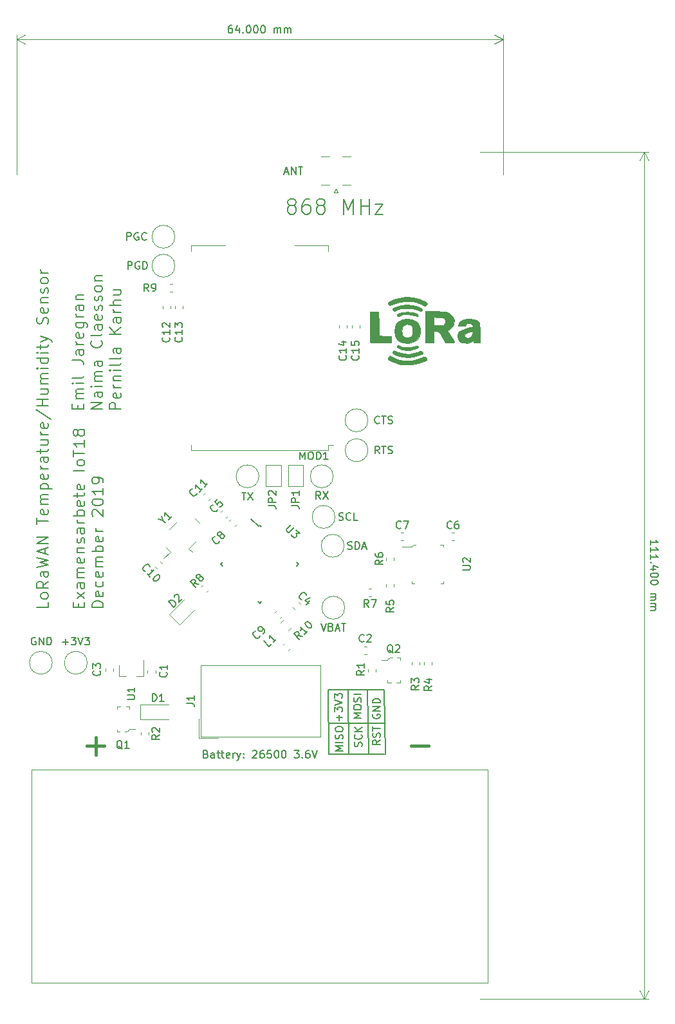
<source format=gbr>
G04 #@! TF.GenerationSoftware,KiCad,Pcbnew,5.1.4+dfsg1-2*
G04 #@! TF.CreationDate,2019-12-05T18:27:04+01:00*
G04 #@! TF.ProjectId,sensor_pcb,73656e73-6f72-45f7-9063-622e6b696361,1*
G04 #@! TF.SameCoordinates,Original*
G04 #@! TF.FileFunction,Legend,Top*
G04 #@! TF.FilePolarity,Positive*
%FSLAX46Y46*%
G04 Gerber Fmt 4.6, Leading zero omitted, Abs format (unit mm)*
G04 Created by KiCad (PCBNEW 5.1.4+dfsg1-2) date 2019-12-05 18:27:04*
%MOMM*%
%LPD*%
G04 APERTURE LIST*
%ADD10C,0.150000*%
%ADD11C,0.120000*%
%ADD12C,0.200000*%
%ADD13C,0.010000*%
%ADD14C,0.100000*%
%ADD15C,0.450000*%
G04 APERTURE END LIST*
D10*
X195817619Y-88452380D02*
X195817619Y-87880952D01*
X195817619Y-88166666D02*
X196817619Y-88166666D01*
X196674761Y-88071428D01*
X196579523Y-87976190D01*
X196531904Y-87880952D01*
X195817619Y-89404761D02*
X195817619Y-88833333D01*
X195817619Y-89119047D02*
X196817619Y-89119047D01*
X196674761Y-89023809D01*
X196579523Y-88928571D01*
X196531904Y-88833333D01*
X195817619Y-90357142D02*
X195817619Y-89785714D01*
X195817619Y-90071428D02*
X196817619Y-90071428D01*
X196674761Y-89976190D01*
X196579523Y-89880952D01*
X196531904Y-89785714D01*
X195912857Y-90785714D02*
X195865238Y-90833333D01*
X195817619Y-90785714D01*
X195865238Y-90738095D01*
X195912857Y-90785714D01*
X195817619Y-90785714D01*
X196484285Y-91690476D02*
X195817619Y-91690476D01*
X196865238Y-91452380D02*
X196150952Y-91214285D01*
X196150952Y-91833333D01*
X196817619Y-92404761D02*
X196817619Y-92500000D01*
X196770000Y-92595238D01*
X196722380Y-92642857D01*
X196627142Y-92690476D01*
X196436666Y-92738095D01*
X196198571Y-92738095D01*
X196008095Y-92690476D01*
X195912857Y-92642857D01*
X195865238Y-92595238D01*
X195817619Y-92500000D01*
X195817619Y-92404761D01*
X195865238Y-92309523D01*
X195912857Y-92261904D01*
X196008095Y-92214285D01*
X196198571Y-92166666D01*
X196436666Y-92166666D01*
X196627142Y-92214285D01*
X196722380Y-92261904D01*
X196770000Y-92309523D01*
X196817619Y-92404761D01*
X196817619Y-93357142D02*
X196817619Y-93452380D01*
X196770000Y-93547619D01*
X196722380Y-93595238D01*
X196627142Y-93642857D01*
X196436666Y-93690476D01*
X196198571Y-93690476D01*
X196008095Y-93642857D01*
X195912857Y-93595238D01*
X195865238Y-93547619D01*
X195817619Y-93452380D01*
X195817619Y-93357142D01*
X195865238Y-93261904D01*
X195912857Y-93214285D01*
X196008095Y-93166666D01*
X196198571Y-93119047D01*
X196436666Y-93119047D01*
X196627142Y-93166666D01*
X196722380Y-93214285D01*
X196770000Y-93261904D01*
X196817619Y-93357142D01*
X195817619Y-94880952D02*
X196484285Y-94880952D01*
X196389047Y-94880952D02*
X196436666Y-94928571D01*
X196484285Y-95023809D01*
X196484285Y-95166666D01*
X196436666Y-95261904D01*
X196341428Y-95309523D01*
X195817619Y-95309523D01*
X196341428Y-95309523D02*
X196436666Y-95357142D01*
X196484285Y-95452380D01*
X196484285Y-95595238D01*
X196436666Y-95690476D01*
X196341428Y-95738095D01*
X195817619Y-95738095D01*
X195817619Y-96214285D02*
X196484285Y-96214285D01*
X196389047Y-96214285D02*
X196436666Y-96261904D01*
X196484285Y-96357142D01*
X196484285Y-96500000D01*
X196436666Y-96595238D01*
X196341428Y-96642857D01*
X195817619Y-96642857D01*
X196341428Y-96642857D02*
X196436666Y-96690476D01*
X196484285Y-96785714D01*
X196484285Y-96928571D01*
X196436666Y-97023809D01*
X196341428Y-97071428D01*
X195817619Y-97071428D01*
D11*
X195000000Y-36800000D02*
X195000000Y-148200000D01*
X173400000Y-36800000D02*
X195586421Y-36800000D01*
X173400000Y-148200000D02*
X195586421Y-148200000D01*
X195000000Y-148200000D02*
X194413579Y-147073496D01*
X195000000Y-148200000D02*
X195586421Y-147073496D01*
X195000000Y-36800000D02*
X194413579Y-37926504D01*
X195000000Y-36800000D02*
X195586421Y-37926504D01*
D10*
X140733333Y-20182381D02*
X140542857Y-20182381D01*
X140447619Y-20230001D01*
X140400000Y-20277620D01*
X140304761Y-20420477D01*
X140257142Y-20610953D01*
X140257142Y-20991905D01*
X140304761Y-21087143D01*
X140352380Y-21134762D01*
X140447619Y-21182381D01*
X140638095Y-21182381D01*
X140733333Y-21134762D01*
X140780952Y-21087143D01*
X140828571Y-20991905D01*
X140828571Y-20753810D01*
X140780952Y-20658572D01*
X140733333Y-20610953D01*
X140638095Y-20563334D01*
X140447619Y-20563334D01*
X140352380Y-20610953D01*
X140304761Y-20658572D01*
X140257142Y-20753810D01*
X141685714Y-20515715D02*
X141685714Y-21182381D01*
X141447619Y-20134762D02*
X141209523Y-20849048D01*
X141828571Y-20849048D01*
X142209523Y-21087143D02*
X142257142Y-21134762D01*
X142209523Y-21182381D01*
X142161904Y-21134762D01*
X142209523Y-21087143D01*
X142209523Y-21182381D01*
X142876190Y-20182381D02*
X142971428Y-20182381D01*
X143066666Y-20230001D01*
X143114285Y-20277620D01*
X143161904Y-20372858D01*
X143209523Y-20563334D01*
X143209523Y-20801429D01*
X143161904Y-20991905D01*
X143114285Y-21087143D01*
X143066666Y-21134762D01*
X142971428Y-21182381D01*
X142876190Y-21182381D01*
X142780952Y-21134762D01*
X142733333Y-21087143D01*
X142685714Y-20991905D01*
X142638095Y-20801429D01*
X142638095Y-20563334D01*
X142685714Y-20372858D01*
X142733333Y-20277620D01*
X142780952Y-20230001D01*
X142876190Y-20182381D01*
X143828571Y-20182381D02*
X143923809Y-20182381D01*
X144019047Y-20230001D01*
X144066666Y-20277620D01*
X144114285Y-20372858D01*
X144161904Y-20563334D01*
X144161904Y-20801429D01*
X144114285Y-20991905D01*
X144066666Y-21087143D01*
X144019047Y-21134762D01*
X143923809Y-21182381D01*
X143828571Y-21182381D01*
X143733333Y-21134762D01*
X143685714Y-21087143D01*
X143638095Y-20991905D01*
X143590476Y-20801429D01*
X143590476Y-20563334D01*
X143638095Y-20372858D01*
X143685714Y-20277620D01*
X143733333Y-20230001D01*
X143828571Y-20182381D01*
X144780952Y-20182381D02*
X144876190Y-20182381D01*
X144971428Y-20230001D01*
X145019047Y-20277620D01*
X145066666Y-20372858D01*
X145114285Y-20563334D01*
X145114285Y-20801429D01*
X145066666Y-20991905D01*
X145019047Y-21087143D01*
X144971428Y-21134762D01*
X144876190Y-21182381D01*
X144780952Y-21182381D01*
X144685714Y-21134762D01*
X144638095Y-21087143D01*
X144590476Y-20991905D01*
X144542857Y-20801429D01*
X144542857Y-20563334D01*
X144590476Y-20372858D01*
X144638095Y-20277620D01*
X144685714Y-20230001D01*
X144780952Y-20182381D01*
X146304761Y-21182381D02*
X146304761Y-20515715D01*
X146304761Y-20610953D02*
X146352380Y-20563334D01*
X146447619Y-20515715D01*
X146590476Y-20515715D01*
X146685714Y-20563334D01*
X146733333Y-20658572D01*
X146733333Y-21182381D01*
X146733333Y-20658572D02*
X146780952Y-20563334D01*
X146876190Y-20515715D01*
X147019047Y-20515715D01*
X147114285Y-20563334D01*
X147161904Y-20658572D01*
X147161904Y-21182381D01*
X147638095Y-21182381D02*
X147638095Y-20515715D01*
X147638095Y-20610953D02*
X147685714Y-20563334D01*
X147780952Y-20515715D01*
X147923809Y-20515715D01*
X148019047Y-20563334D01*
X148066666Y-20658572D01*
X148066666Y-21182381D01*
X148066666Y-20658572D02*
X148114285Y-20563334D01*
X148209523Y-20515715D01*
X148352380Y-20515715D01*
X148447619Y-20563334D01*
X148495238Y-20658572D01*
X148495238Y-21182381D01*
D11*
X176400000Y-22000001D02*
X112400000Y-22000001D01*
X176400000Y-39800000D02*
X176400000Y-21413580D01*
X112400000Y-39800000D02*
X112400000Y-21413580D01*
X112400000Y-22000001D02*
X113526504Y-21413580D01*
X112400000Y-22000001D02*
X113526504Y-22586422D01*
X176400000Y-22000001D02*
X175273496Y-21413580D01*
X176400000Y-22000001D02*
X175273496Y-22586422D01*
D12*
X120567857Y-96712857D02*
X120567857Y-96212857D01*
X121353571Y-95998571D02*
X121353571Y-96712857D01*
X119853571Y-96712857D01*
X119853571Y-95998571D01*
X121353571Y-95498571D02*
X120353571Y-94712857D01*
X120353571Y-95498571D02*
X121353571Y-94712857D01*
X121353571Y-93498571D02*
X120567857Y-93498571D01*
X120425000Y-93570000D01*
X120353571Y-93712857D01*
X120353571Y-93998571D01*
X120425000Y-94141428D01*
X121282142Y-93498571D02*
X121353571Y-93641428D01*
X121353571Y-93998571D01*
X121282142Y-94141428D01*
X121139285Y-94212857D01*
X120996428Y-94212857D01*
X120853571Y-94141428D01*
X120782142Y-93998571D01*
X120782142Y-93641428D01*
X120710714Y-93498571D01*
X121353571Y-92784285D02*
X120353571Y-92784285D01*
X120496428Y-92784285D02*
X120425000Y-92712857D01*
X120353571Y-92570000D01*
X120353571Y-92355714D01*
X120425000Y-92212857D01*
X120567857Y-92141428D01*
X121353571Y-92141428D01*
X120567857Y-92141428D02*
X120425000Y-92070000D01*
X120353571Y-91927142D01*
X120353571Y-91712857D01*
X120425000Y-91570000D01*
X120567857Y-91498571D01*
X121353571Y-91498571D01*
X121282142Y-90212857D02*
X121353571Y-90355714D01*
X121353571Y-90641428D01*
X121282142Y-90784285D01*
X121139285Y-90855714D01*
X120567857Y-90855714D01*
X120425000Y-90784285D01*
X120353571Y-90641428D01*
X120353571Y-90355714D01*
X120425000Y-90212857D01*
X120567857Y-90141428D01*
X120710714Y-90141428D01*
X120853571Y-90855714D01*
X120353571Y-89498571D02*
X121353571Y-89498571D01*
X120496428Y-89498571D02*
X120425000Y-89427142D01*
X120353571Y-89284285D01*
X120353571Y-89070000D01*
X120425000Y-88927142D01*
X120567857Y-88855714D01*
X121353571Y-88855714D01*
X121282142Y-88212857D02*
X121353571Y-88070000D01*
X121353571Y-87784285D01*
X121282142Y-87641428D01*
X121139285Y-87570000D01*
X121067857Y-87570000D01*
X120925000Y-87641428D01*
X120853571Y-87784285D01*
X120853571Y-87998571D01*
X120782142Y-88141428D01*
X120639285Y-88212857D01*
X120567857Y-88212857D01*
X120425000Y-88141428D01*
X120353571Y-87998571D01*
X120353571Y-87784285D01*
X120425000Y-87641428D01*
X121353571Y-86284285D02*
X120567857Y-86284285D01*
X120425000Y-86355714D01*
X120353571Y-86498571D01*
X120353571Y-86784285D01*
X120425000Y-86927142D01*
X121282142Y-86284285D02*
X121353571Y-86427142D01*
X121353571Y-86784285D01*
X121282142Y-86927142D01*
X121139285Y-86998571D01*
X120996428Y-86998571D01*
X120853571Y-86927142D01*
X120782142Y-86784285D01*
X120782142Y-86427142D01*
X120710714Y-86284285D01*
X121353571Y-85570000D02*
X120353571Y-85570000D01*
X120639285Y-85570000D02*
X120496428Y-85498571D01*
X120425000Y-85427142D01*
X120353571Y-85284285D01*
X120353571Y-85141428D01*
X121353571Y-84641428D02*
X119853571Y-84641428D01*
X120425000Y-84641428D02*
X120353571Y-84498571D01*
X120353571Y-84212857D01*
X120425000Y-84070000D01*
X120496428Y-83998571D01*
X120639285Y-83927142D01*
X121067857Y-83927142D01*
X121210714Y-83998571D01*
X121282142Y-84070000D01*
X121353571Y-84212857D01*
X121353571Y-84498571D01*
X121282142Y-84641428D01*
X121282142Y-82712857D02*
X121353571Y-82855714D01*
X121353571Y-83141428D01*
X121282142Y-83284285D01*
X121139285Y-83355714D01*
X120567857Y-83355714D01*
X120425000Y-83284285D01*
X120353571Y-83141428D01*
X120353571Y-82855714D01*
X120425000Y-82712857D01*
X120567857Y-82641428D01*
X120710714Y-82641428D01*
X120853571Y-83355714D01*
X120353571Y-82212857D02*
X120353571Y-81641428D01*
X119853571Y-81998571D02*
X121139285Y-81998571D01*
X121282142Y-81927142D01*
X121353571Y-81784285D01*
X121353571Y-81641428D01*
X121282142Y-80570000D02*
X121353571Y-80712857D01*
X121353571Y-80998571D01*
X121282142Y-81141428D01*
X121139285Y-81212857D01*
X120567857Y-81212857D01*
X120425000Y-81141428D01*
X120353571Y-80998571D01*
X120353571Y-80712857D01*
X120425000Y-80570000D01*
X120567857Y-80498571D01*
X120710714Y-80498571D01*
X120853571Y-81212857D01*
X121353571Y-78712857D02*
X119853571Y-78712857D01*
X121353571Y-77784285D02*
X121282142Y-77927142D01*
X121210714Y-77998571D01*
X121067857Y-78070000D01*
X120639285Y-78070000D01*
X120496428Y-77998571D01*
X120425000Y-77927142D01*
X120353571Y-77784285D01*
X120353571Y-77570000D01*
X120425000Y-77427142D01*
X120496428Y-77355714D01*
X120639285Y-77284285D01*
X121067857Y-77284285D01*
X121210714Y-77355714D01*
X121282142Y-77427142D01*
X121353571Y-77570000D01*
X121353571Y-77784285D01*
X119853571Y-76855714D02*
X119853571Y-75998571D01*
X121353571Y-76427142D02*
X119853571Y-76427142D01*
X121353571Y-74712857D02*
X121353571Y-75570000D01*
X121353571Y-75141428D02*
X119853571Y-75141428D01*
X120067857Y-75284285D01*
X120210714Y-75427142D01*
X120282142Y-75570000D01*
X120496428Y-73855714D02*
X120425000Y-73998571D01*
X120353571Y-74070000D01*
X120210714Y-74141428D01*
X120139285Y-74141428D01*
X119996428Y-74070000D01*
X119925000Y-73998571D01*
X119853571Y-73855714D01*
X119853571Y-73570000D01*
X119925000Y-73427142D01*
X119996428Y-73355714D01*
X120139285Y-73284285D01*
X120210714Y-73284285D01*
X120353571Y-73355714D01*
X120425000Y-73427142D01*
X120496428Y-73570000D01*
X120496428Y-73855714D01*
X120567857Y-73998571D01*
X120639285Y-74070000D01*
X120782142Y-74141428D01*
X121067857Y-74141428D01*
X121210714Y-74070000D01*
X121282142Y-73998571D01*
X121353571Y-73855714D01*
X121353571Y-73570000D01*
X121282142Y-73427142D01*
X121210714Y-73355714D01*
X121067857Y-73284285D01*
X120782142Y-73284285D01*
X120639285Y-73355714D01*
X120567857Y-73427142D01*
X120496428Y-73570000D01*
X123803571Y-96712857D02*
X122303571Y-96712857D01*
X122303571Y-96355714D01*
X122375000Y-96141428D01*
X122517857Y-95998571D01*
X122660714Y-95927142D01*
X122946428Y-95855714D01*
X123160714Y-95855714D01*
X123446428Y-95927142D01*
X123589285Y-95998571D01*
X123732142Y-96141428D01*
X123803571Y-96355714D01*
X123803571Y-96712857D01*
X123732142Y-94641428D02*
X123803571Y-94784285D01*
X123803571Y-95070000D01*
X123732142Y-95212857D01*
X123589285Y-95284285D01*
X123017857Y-95284285D01*
X122875000Y-95212857D01*
X122803571Y-95070000D01*
X122803571Y-94784285D01*
X122875000Y-94641428D01*
X123017857Y-94570000D01*
X123160714Y-94570000D01*
X123303571Y-95284285D01*
X123732142Y-93284285D02*
X123803571Y-93427142D01*
X123803571Y-93712857D01*
X123732142Y-93855714D01*
X123660714Y-93927142D01*
X123517857Y-93998571D01*
X123089285Y-93998571D01*
X122946428Y-93927142D01*
X122875000Y-93855714D01*
X122803571Y-93712857D01*
X122803571Y-93427142D01*
X122875000Y-93284285D01*
X123732142Y-92070000D02*
X123803571Y-92212857D01*
X123803571Y-92498571D01*
X123732142Y-92641428D01*
X123589285Y-92712857D01*
X123017857Y-92712857D01*
X122875000Y-92641428D01*
X122803571Y-92498571D01*
X122803571Y-92212857D01*
X122875000Y-92070000D01*
X123017857Y-91998571D01*
X123160714Y-91998571D01*
X123303571Y-92712857D01*
X123803571Y-91355714D02*
X122803571Y-91355714D01*
X122946428Y-91355714D02*
X122875000Y-91284285D01*
X122803571Y-91141428D01*
X122803571Y-90927142D01*
X122875000Y-90784285D01*
X123017857Y-90712857D01*
X123803571Y-90712857D01*
X123017857Y-90712857D02*
X122875000Y-90641428D01*
X122803571Y-90498571D01*
X122803571Y-90284285D01*
X122875000Y-90141428D01*
X123017857Y-90070000D01*
X123803571Y-90070000D01*
X123803571Y-89355714D02*
X122303571Y-89355714D01*
X122875000Y-89355714D02*
X122803571Y-89212857D01*
X122803571Y-88927142D01*
X122875000Y-88784285D01*
X122946428Y-88712857D01*
X123089285Y-88641428D01*
X123517857Y-88641428D01*
X123660714Y-88712857D01*
X123732142Y-88784285D01*
X123803571Y-88927142D01*
X123803571Y-89212857D01*
X123732142Y-89355714D01*
X123732142Y-87427142D02*
X123803571Y-87570000D01*
X123803571Y-87855714D01*
X123732142Y-87998571D01*
X123589285Y-88070000D01*
X123017857Y-88070000D01*
X122875000Y-87998571D01*
X122803571Y-87855714D01*
X122803571Y-87570000D01*
X122875000Y-87427142D01*
X123017857Y-87355714D01*
X123160714Y-87355714D01*
X123303571Y-88070000D01*
X123803571Y-86712857D02*
X122803571Y-86712857D01*
X123089285Y-86712857D02*
X122946428Y-86641428D01*
X122875000Y-86570000D01*
X122803571Y-86427142D01*
X122803571Y-86284285D01*
X122446428Y-84712857D02*
X122375000Y-84641428D01*
X122303571Y-84498571D01*
X122303571Y-84141428D01*
X122375000Y-83998571D01*
X122446428Y-83927142D01*
X122589285Y-83855714D01*
X122732142Y-83855714D01*
X122946428Y-83927142D01*
X123803571Y-84784285D01*
X123803571Y-83855714D01*
X122303571Y-82927142D02*
X122303571Y-82784285D01*
X122375000Y-82641428D01*
X122446428Y-82570000D01*
X122589285Y-82498571D01*
X122875000Y-82427142D01*
X123232142Y-82427142D01*
X123517857Y-82498571D01*
X123660714Y-82570000D01*
X123732142Y-82641428D01*
X123803571Y-82784285D01*
X123803571Y-82927142D01*
X123732142Y-83070000D01*
X123660714Y-83141428D01*
X123517857Y-83212857D01*
X123232142Y-83284285D01*
X122875000Y-83284285D01*
X122589285Y-83212857D01*
X122446428Y-83141428D01*
X122375000Y-83070000D01*
X122303571Y-82927142D01*
X123803571Y-80998571D02*
X123803571Y-81855714D01*
X123803571Y-81427142D02*
X122303571Y-81427142D01*
X122517857Y-81570000D01*
X122660714Y-81712857D01*
X122732142Y-81855714D01*
X123803571Y-80284285D02*
X123803571Y-79998571D01*
X123732142Y-79855714D01*
X123660714Y-79784285D01*
X123446428Y-79641428D01*
X123160714Y-79570000D01*
X122589285Y-79570000D01*
X122446428Y-79641428D01*
X122375000Y-79712857D01*
X122303571Y-79855714D01*
X122303571Y-80141428D01*
X122375000Y-80284285D01*
X122446428Y-80355714D01*
X122589285Y-80427142D01*
X122946428Y-80427142D01*
X123089285Y-80355714D01*
X123160714Y-80284285D01*
X123232142Y-80141428D01*
X123232142Y-79855714D01*
X123160714Y-79712857D01*
X123089285Y-79641428D01*
X122946428Y-79570000D01*
X120442857Y-70612857D02*
X120442857Y-70112857D01*
X121228571Y-69898571D02*
X121228571Y-70612857D01*
X119728571Y-70612857D01*
X119728571Y-69898571D01*
X121228571Y-69255714D02*
X120228571Y-69255714D01*
X120371428Y-69255714D02*
X120300000Y-69184285D01*
X120228571Y-69041428D01*
X120228571Y-68827142D01*
X120300000Y-68684285D01*
X120442857Y-68612857D01*
X121228571Y-68612857D01*
X120442857Y-68612857D02*
X120300000Y-68541428D01*
X120228571Y-68398571D01*
X120228571Y-68184285D01*
X120300000Y-68041428D01*
X120442857Y-67970000D01*
X121228571Y-67970000D01*
X121228571Y-67255714D02*
X120228571Y-67255714D01*
X119728571Y-67255714D02*
X119800000Y-67327142D01*
X119871428Y-67255714D01*
X119800000Y-67184285D01*
X119728571Y-67255714D01*
X119871428Y-67255714D01*
X121228571Y-66327142D02*
X121157142Y-66470000D01*
X121014285Y-66541428D01*
X119728571Y-66541428D01*
X119728571Y-64184285D02*
X120800000Y-64184285D01*
X121014285Y-64255714D01*
X121157142Y-64398571D01*
X121228571Y-64612857D01*
X121228571Y-64755714D01*
X121228571Y-62827142D02*
X120442857Y-62827142D01*
X120300000Y-62898571D01*
X120228571Y-63041428D01*
X120228571Y-63327142D01*
X120300000Y-63470000D01*
X121157142Y-62827142D02*
X121228571Y-62970000D01*
X121228571Y-63327142D01*
X121157142Y-63470000D01*
X121014285Y-63541428D01*
X120871428Y-63541428D01*
X120728571Y-63470000D01*
X120657142Y-63327142D01*
X120657142Y-62970000D01*
X120585714Y-62827142D01*
X121228571Y-62112857D02*
X120228571Y-62112857D01*
X120514285Y-62112857D02*
X120371428Y-62041428D01*
X120300000Y-61970000D01*
X120228571Y-61827142D01*
X120228571Y-61684285D01*
X121157142Y-60612857D02*
X121228571Y-60755714D01*
X121228571Y-61041428D01*
X121157142Y-61184285D01*
X121014285Y-61255714D01*
X120442857Y-61255714D01*
X120300000Y-61184285D01*
X120228571Y-61041428D01*
X120228571Y-60755714D01*
X120300000Y-60612857D01*
X120442857Y-60541428D01*
X120585714Y-60541428D01*
X120728571Y-61255714D01*
X120228571Y-59255714D02*
X121442857Y-59255714D01*
X121585714Y-59327142D01*
X121657142Y-59398571D01*
X121728571Y-59541428D01*
X121728571Y-59755714D01*
X121657142Y-59898571D01*
X121157142Y-59255714D02*
X121228571Y-59398571D01*
X121228571Y-59684285D01*
X121157142Y-59827142D01*
X121085714Y-59898571D01*
X120942857Y-59970000D01*
X120514285Y-59970000D01*
X120371428Y-59898571D01*
X120300000Y-59827142D01*
X120228571Y-59684285D01*
X120228571Y-59398571D01*
X120300000Y-59255714D01*
X121228571Y-58541428D02*
X120228571Y-58541428D01*
X120514285Y-58541428D02*
X120371428Y-58470000D01*
X120300000Y-58398571D01*
X120228571Y-58255714D01*
X120228571Y-58112857D01*
X121228571Y-56970000D02*
X120442857Y-56970000D01*
X120300000Y-57041428D01*
X120228571Y-57184285D01*
X120228571Y-57470000D01*
X120300000Y-57612857D01*
X121157142Y-56970000D02*
X121228571Y-57112857D01*
X121228571Y-57470000D01*
X121157142Y-57612857D01*
X121014285Y-57684285D01*
X120871428Y-57684285D01*
X120728571Y-57612857D01*
X120657142Y-57470000D01*
X120657142Y-57112857D01*
X120585714Y-56970000D01*
X120228571Y-56255714D02*
X121228571Y-56255714D01*
X120371428Y-56255714D02*
X120300000Y-56184285D01*
X120228571Y-56041428D01*
X120228571Y-55827142D01*
X120300000Y-55684285D01*
X120442857Y-55612857D01*
X121228571Y-55612857D01*
X123678571Y-70612857D02*
X122178571Y-70612857D01*
X123678571Y-69755714D01*
X122178571Y-69755714D01*
X123678571Y-68398571D02*
X122892857Y-68398571D01*
X122750000Y-68470000D01*
X122678571Y-68612857D01*
X122678571Y-68898571D01*
X122750000Y-69041428D01*
X123607142Y-68398571D02*
X123678571Y-68541428D01*
X123678571Y-68898571D01*
X123607142Y-69041428D01*
X123464285Y-69112857D01*
X123321428Y-69112857D01*
X123178571Y-69041428D01*
X123107142Y-68898571D01*
X123107142Y-68541428D01*
X123035714Y-68398571D01*
X123678571Y-67684285D02*
X122678571Y-67684285D01*
X122178571Y-67684285D02*
X122250000Y-67755714D01*
X122321428Y-67684285D01*
X122250000Y-67612857D01*
X122178571Y-67684285D01*
X122321428Y-67684285D01*
X123678571Y-66970000D02*
X122678571Y-66970000D01*
X122821428Y-66970000D02*
X122750000Y-66898571D01*
X122678571Y-66755714D01*
X122678571Y-66541428D01*
X122750000Y-66398571D01*
X122892857Y-66327142D01*
X123678571Y-66327142D01*
X122892857Y-66327142D02*
X122750000Y-66255714D01*
X122678571Y-66112857D01*
X122678571Y-65898571D01*
X122750000Y-65755714D01*
X122892857Y-65684285D01*
X123678571Y-65684285D01*
X123678571Y-64327142D02*
X122892857Y-64327142D01*
X122750000Y-64398571D01*
X122678571Y-64541428D01*
X122678571Y-64827142D01*
X122750000Y-64970000D01*
X123607142Y-64327142D02*
X123678571Y-64470000D01*
X123678571Y-64827142D01*
X123607142Y-64970000D01*
X123464285Y-65041428D01*
X123321428Y-65041428D01*
X123178571Y-64970000D01*
X123107142Y-64827142D01*
X123107142Y-64470000D01*
X123035714Y-64327142D01*
X123535714Y-61612857D02*
X123607142Y-61684285D01*
X123678571Y-61898571D01*
X123678571Y-62041428D01*
X123607142Y-62255714D01*
X123464285Y-62398571D01*
X123321428Y-62470000D01*
X123035714Y-62541428D01*
X122821428Y-62541428D01*
X122535714Y-62470000D01*
X122392857Y-62398571D01*
X122250000Y-62255714D01*
X122178571Y-62041428D01*
X122178571Y-61898571D01*
X122250000Y-61684285D01*
X122321428Y-61612857D01*
X123678571Y-60755714D02*
X123607142Y-60898571D01*
X123464285Y-60970000D01*
X122178571Y-60970000D01*
X123678571Y-59541428D02*
X122892857Y-59541428D01*
X122750000Y-59612857D01*
X122678571Y-59755714D01*
X122678571Y-60041428D01*
X122750000Y-60184285D01*
X123607142Y-59541428D02*
X123678571Y-59684285D01*
X123678571Y-60041428D01*
X123607142Y-60184285D01*
X123464285Y-60255714D01*
X123321428Y-60255714D01*
X123178571Y-60184285D01*
X123107142Y-60041428D01*
X123107142Y-59684285D01*
X123035714Y-59541428D01*
X123607142Y-58255714D02*
X123678571Y-58398571D01*
X123678571Y-58684285D01*
X123607142Y-58827142D01*
X123464285Y-58898571D01*
X122892857Y-58898571D01*
X122750000Y-58827142D01*
X122678571Y-58684285D01*
X122678571Y-58398571D01*
X122750000Y-58255714D01*
X122892857Y-58184285D01*
X123035714Y-58184285D01*
X123178571Y-58898571D01*
X123607142Y-57612857D02*
X123678571Y-57470000D01*
X123678571Y-57184285D01*
X123607142Y-57041428D01*
X123464285Y-56970000D01*
X123392857Y-56970000D01*
X123250000Y-57041428D01*
X123178571Y-57184285D01*
X123178571Y-57398571D01*
X123107142Y-57541428D01*
X122964285Y-57612857D01*
X122892857Y-57612857D01*
X122750000Y-57541428D01*
X122678571Y-57398571D01*
X122678571Y-57184285D01*
X122750000Y-57041428D01*
X123607142Y-56398571D02*
X123678571Y-56255714D01*
X123678571Y-55970000D01*
X123607142Y-55827142D01*
X123464285Y-55755714D01*
X123392857Y-55755714D01*
X123250000Y-55827142D01*
X123178571Y-55970000D01*
X123178571Y-56184285D01*
X123107142Y-56327142D01*
X122964285Y-56398571D01*
X122892857Y-56398571D01*
X122750000Y-56327142D01*
X122678571Y-56184285D01*
X122678571Y-55970000D01*
X122750000Y-55827142D01*
X123678571Y-54898571D02*
X123607142Y-55041428D01*
X123535714Y-55112857D01*
X123392857Y-55184285D01*
X122964285Y-55184285D01*
X122821428Y-55112857D01*
X122750000Y-55041428D01*
X122678571Y-54898571D01*
X122678571Y-54684285D01*
X122750000Y-54541428D01*
X122821428Y-54470000D01*
X122964285Y-54398571D01*
X123392857Y-54398571D01*
X123535714Y-54470000D01*
X123607142Y-54541428D01*
X123678571Y-54684285D01*
X123678571Y-54898571D01*
X122678571Y-53755714D02*
X123678571Y-53755714D01*
X122821428Y-53755714D02*
X122750000Y-53684285D01*
X122678571Y-53541428D01*
X122678571Y-53327142D01*
X122750000Y-53184285D01*
X122892857Y-53112857D01*
X123678571Y-53112857D01*
X126128571Y-70612857D02*
X124628571Y-70612857D01*
X124628571Y-70041428D01*
X124700000Y-69898571D01*
X124771428Y-69827142D01*
X124914285Y-69755714D01*
X125128571Y-69755714D01*
X125271428Y-69827142D01*
X125342857Y-69898571D01*
X125414285Y-70041428D01*
X125414285Y-70612857D01*
X126057142Y-68541428D02*
X126128571Y-68684285D01*
X126128571Y-68970000D01*
X126057142Y-69112857D01*
X125914285Y-69184285D01*
X125342857Y-69184285D01*
X125200000Y-69112857D01*
X125128571Y-68970000D01*
X125128571Y-68684285D01*
X125200000Y-68541428D01*
X125342857Y-68470000D01*
X125485714Y-68470000D01*
X125628571Y-69184285D01*
X126128571Y-67827142D02*
X125128571Y-67827142D01*
X125414285Y-67827142D02*
X125271428Y-67755714D01*
X125200000Y-67684285D01*
X125128571Y-67541428D01*
X125128571Y-67398571D01*
X125128571Y-66898571D02*
X126128571Y-66898571D01*
X125271428Y-66898571D02*
X125200000Y-66827142D01*
X125128571Y-66684285D01*
X125128571Y-66470000D01*
X125200000Y-66327142D01*
X125342857Y-66255714D01*
X126128571Y-66255714D01*
X126128571Y-65541428D02*
X125128571Y-65541428D01*
X124628571Y-65541428D02*
X124700000Y-65612857D01*
X124771428Y-65541428D01*
X124700000Y-65470000D01*
X124628571Y-65541428D01*
X124771428Y-65541428D01*
X126128571Y-64612857D02*
X126057142Y-64755714D01*
X125914285Y-64827142D01*
X124628571Y-64827142D01*
X126128571Y-63827142D02*
X126057142Y-63970000D01*
X125914285Y-64041428D01*
X124628571Y-64041428D01*
X126128571Y-62612857D02*
X125342857Y-62612857D01*
X125200000Y-62684285D01*
X125128571Y-62827142D01*
X125128571Y-63112857D01*
X125200000Y-63255714D01*
X126057142Y-62612857D02*
X126128571Y-62755714D01*
X126128571Y-63112857D01*
X126057142Y-63255714D01*
X125914285Y-63327142D01*
X125771428Y-63327142D01*
X125628571Y-63255714D01*
X125557142Y-63112857D01*
X125557142Y-62755714D01*
X125485714Y-62612857D01*
X126128571Y-60755714D02*
X124628571Y-60755714D01*
X126128571Y-59898571D02*
X125271428Y-60541428D01*
X124628571Y-59898571D02*
X125485714Y-60755714D01*
X126128571Y-58612857D02*
X125342857Y-58612857D01*
X125200000Y-58684285D01*
X125128571Y-58827142D01*
X125128571Y-59112857D01*
X125200000Y-59255714D01*
X126057142Y-58612857D02*
X126128571Y-58755714D01*
X126128571Y-59112857D01*
X126057142Y-59255714D01*
X125914285Y-59327142D01*
X125771428Y-59327142D01*
X125628571Y-59255714D01*
X125557142Y-59112857D01*
X125557142Y-58755714D01*
X125485714Y-58612857D01*
X126128571Y-57898571D02*
X125128571Y-57898571D01*
X125414285Y-57898571D02*
X125271428Y-57827142D01*
X125200000Y-57755714D01*
X125128571Y-57612857D01*
X125128571Y-57470000D01*
X126128571Y-56970000D02*
X124628571Y-56970000D01*
X126128571Y-56327142D02*
X125342857Y-56327142D01*
X125200000Y-56398571D01*
X125128571Y-56541428D01*
X125128571Y-56755714D01*
X125200000Y-56898571D01*
X125271428Y-56970000D01*
X125128571Y-54970000D02*
X126128571Y-54970000D01*
X125128571Y-55612857D02*
X125914285Y-55612857D01*
X126057142Y-55541428D01*
X126128571Y-55398571D01*
X126128571Y-55184285D01*
X126057142Y-55041428D01*
X125985714Y-54970000D01*
X116578571Y-95992857D02*
X116578571Y-96707142D01*
X115078571Y-96707142D01*
X116578571Y-95278571D02*
X116507142Y-95421428D01*
X116435714Y-95492857D01*
X116292857Y-95564285D01*
X115864285Y-95564285D01*
X115721428Y-95492857D01*
X115650000Y-95421428D01*
X115578571Y-95278571D01*
X115578571Y-95064285D01*
X115650000Y-94921428D01*
X115721428Y-94850000D01*
X115864285Y-94778571D01*
X116292857Y-94778571D01*
X116435714Y-94850000D01*
X116507142Y-94921428D01*
X116578571Y-95064285D01*
X116578571Y-95278571D01*
X116578571Y-93278571D02*
X115864285Y-93778571D01*
X116578571Y-94135714D02*
X115078571Y-94135714D01*
X115078571Y-93564285D01*
X115150000Y-93421428D01*
X115221428Y-93350000D01*
X115364285Y-93278571D01*
X115578571Y-93278571D01*
X115721428Y-93350000D01*
X115792857Y-93421428D01*
X115864285Y-93564285D01*
X115864285Y-94135714D01*
X116578571Y-91992857D02*
X115792857Y-91992857D01*
X115650000Y-92064285D01*
X115578571Y-92207142D01*
X115578571Y-92492857D01*
X115650000Y-92635714D01*
X116507142Y-91992857D02*
X116578571Y-92135714D01*
X116578571Y-92492857D01*
X116507142Y-92635714D01*
X116364285Y-92707142D01*
X116221428Y-92707142D01*
X116078571Y-92635714D01*
X116007142Y-92492857D01*
X116007142Y-92135714D01*
X115935714Y-91992857D01*
X115078571Y-91421428D02*
X116578571Y-91064285D01*
X115507142Y-90778571D01*
X116578571Y-90492857D01*
X115078571Y-90135714D01*
X116150000Y-89635714D02*
X116150000Y-88921428D01*
X116578571Y-89778571D02*
X115078571Y-89278571D01*
X116578571Y-88778571D01*
X116578571Y-88278571D02*
X115078571Y-88278571D01*
X116578571Y-87421428D01*
X115078571Y-87421428D01*
X115078571Y-85778571D02*
X115078571Y-84921428D01*
X116578571Y-85350000D02*
X115078571Y-85350000D01*
X116507142Y-83850000D02*
X116578571Y-83992857D01*
X116578571Y-84278571D01*
X116507142Y-84421428D01*
X116364285Y-84492857D01*
X115792857Y-84492857D01*
X115650000Y-84421428D01*
X115578571Y-84278571D01*
X115578571Y-83992857D01*
X115650000Y-83850000D01*
X115792857Y-83778571D01*
X115935714Y-83778571D01*
X116078571Y-84492857D01*
X116578571Y-83135714D02*
X115578571Y-83135714D01*
X115721428Y-83135714D02*
X115650000Y-83064285D01*
X115578571Y-82921428D01*
X115578571Y-82707142D01*
X115650000Y-82564285D01*
X115792857Y-82492857D01*
X116578571Y-82492857D01*
X115792857Y-82492857D02*
X115650000Y-82421428D01*
X115578571Y-82278571D01*
X115578571Y-82064285D01*
X115650000Y-81921428D01*
X115792857Y-81850000D01*
X116578571Y-81850000D01*
X115578571Y-81135714D02*
X117078571Y-81135714D01*
X115650000Y-81135714D02*
X115578571Y-80992857D01*
X115578571Y-80707142D01*
X115650000Y-80564285D01*
X115721428Y-80492857D01*
X115864285Y-80421428D01*
X116292857Y-80421428D01*
X116435714Y-80492857D01*
X116507142Y-80564285D01*
X116578571Y-80707142D01*
X116578571Y-80992857D01*
X116507142Y-81135714D01*
X116507142Y-79207142D02*
X116578571Y-79350000D01*
X116578571Y-79635714D01*
X116507142Y-79778571D01*
X116364285Y-79850000D01*
X115792857Y-79850000D01*
X115650000Y-79778571D01*
X115578571Y-79635714D01*
X115578571Y-79350000D01*
X115650000Y-79207142D01*
X115792857Y-79135714D01*
X115935714Y-79135714D01*
X116078571Y-79850000D01*
X116578571Y-78492857D02*
X115578571Y-78492857D01*
X115864285Y-78492857D02*
X115721428Y-78421428D01*
X115650000Y-78350000D01*
X115578571Y-78207142D01*
X115578571Y-78064285D01*
X116578571Y-76921428D02*
X115792857Y-76921428D01*
X115650000Y-76992857D01*
X115578571Y-77135714D01*
X115578571Y-77421428D01*
X115650000Y-77564285D01*
X116507142Y-76921428D02*
X116578571Y-77064285D01*
X116578571Y-77421428D01*
X116507142Y-77564285D01*
X116364285Y-77635714D01*
X116221428Y-77635714D01*
X116078571Y-77564285D01*
X116007142Y-77421428D01*
X116007142Y-77064285D01*
X115935714Y-76921428D01*
X115578571Y-76421428D02*
X115578571Y-75850000D01*
X115078571Y-76207142D02*
X116364285Y-76207142D01*
X116507142Y-76135714D01*
X116578571Y-75992857D01*
X116578571Y-75850000D01*
X115578571Y-74707142D02*
X116578571Y-74707142D01*
X115578571Y-75350000D02*
X116364285Y-75350000D01*
X116507142Y-75278571D01*
X116578571Y-75135714D01*
X116578571Y-74921428D01*
X116507142Y-74778571D01*
X116435714Y-74707142D01*
X116578571Y-73992857D02*
X115578571Y-73992857D01*
X115864285Y-73992857D02*
X115721428Y-73921428D01*
X115650000Y-73850000D01*
X115578571Y-73707142D01*
X115578571Y-73564285D01*
X116507142Y-72492857D02*
X116578571Y-72635714D01*
X116578571Y-72921428D01*
X116507142Y-73064285D01*
X116364285Y-73135714D01*
X115792857Y-73135714D01*
X115650000Y-73064285D01*
X115578571Y-72921428D01*
X115578571Y-72635714D01*
X115650000Y-72492857D01*
X115792857Y-72421428D01*
X115935714Y-72421428D01*
X116078571Y-73135714D01*
X115007142Y-70707142D02*
X116935714Y-71992857D01*
X116578571Y-70207142D02*
X115078571Y-70207142D01*
X115792857Y-70207142D02*
X115792857Y-69350000D01*
X116578571Y-69350000D02*
X115078571Y-69350000D01*
X115578571Y-67992857D02*
X116578571Y-67992857D01*
X115578571Y-68635714D02*
X116364285Y-68635714D01*
X116507142Y-68564285D01*
X116578571Y-68421428D01*
X116578571Y-68207142D01*
X116507142Y-68064285D01*
X116435714Y-67992857D01*
X116578571Y-67278571D02*
X115578571Y-67278571D01*
X115721428Y-67278571D02*
X115650000Y-67207142D01*
X115578571Y-67064285D01*
X115578571Y-66850000D01*
X115650000Y-66707142D01*
X115792857Y-66635714D01*
X116578571Y-66635714D01*
X115792857Y-66635714D02*
X115650000Y-66564285D01*
X115578571Y-66421428D01*
X115578571Y-66207142D01*
X115650000Y-66064285D01*
X115792857Y-65992857D01*
X116578571Y-65992857D01*
X116578571Y-65278571D02*
X115578571Y-65278571D01*
X115078571Y-65278571D02*
X115150000Y-65350000D01*
X115221428Y-65278571D01*
X115150000Y-65207142D01*
X115078571Y-65278571D01*
X115221428Y-65278571D01*
X116578571Y-63921428D02*
X115078571Y-63921428D01*
X116507142Y-63921428D02*
X116578571Y-64064285D01*
X116578571Y-64350000D01*
X116507142Y-64492857D01*
X116435714Y-64564285D01*
X116292857Y-64635714D01*
X115864285Y-64635714D01*
X115721428Y-64564285D01*
X115650000Y-64492857D01*
X115578571Y-64350000D01*
X115578571Y-64064285D01*
X115650000Y-63921428D01*
X116578571Y-63207142D02*
X115578571Y-63207142D01*
X115078571Y-63207142D02*
X115150000Y-63278571D01*
X115221428Y-63207142D01*
X115150000Y-63135714D01*
X115078571Y-63207142D01*
X115221428Y-63207142D01*
X115578571Y-62707142D02*
X115578571Y-62135714D01*
X115078571Y-62492857D02*
X116364285Y-62492857D01*
X116507142Y-62421428D01*
X116578571Y-62278571D01*
X116578571Y-62135714D01*
X115578571Y-61778571D02*
X116578571Y-61421428D01*
X115578571Y-61064285D02*
X116578571Y-61421428D01*
X116935714Y-61564285D01*
X117007142Y-61635714D01*
X117078571Y-61778571D01*
X116507142Y-59421428D02*
X116578571Y-59207142D01*
X116578571Y-58850000D01*
X116507142Y-58707142D01*
X116435714Y-58635714D01*
X116292857Y-58564285D01*
X116150000Y-58564285D01*
X116007142Y-58635714D01*
X115935714Y-58707142D01*
X115864285Y-58850000D01*
X115792857Y-59135714D01*
X115721428Y-59278571D01*
X115650000Y-59350000D01*
X115507142Y-59421428D01*
X115364285Y-59421428D01*
X115221428Y-59350000D01*
X115150000Y-59278571D01*
X115078571Y-59135714D01*
X115078571Y-58778571D01*
X115150000Y-58564285D01*
X116507142Y-57350000D02*
X116578571Y-57492857D01*
X116578571Y-57778571D01*
X116507142Y-57921428D01*
X116364285Y-57992857D01*
X115792857Y-57992857D01*
X115650000Y-57921428D01*
X115578571Y-57778571D01*
X115578571Y-57492857D01*
X115650000Y-57350000D01*
X115792857Y-57278571D01*
X115935714Y-57278571D01*
X116078571Y-57992857D01*
X115578571Y-56635714D02*
X116578571Y-56635714D01*
X115721428Y-56635714D02*
X115650000Y-56564285D01*
X115578571Y-56421428D01*
X115578571Y-56207142D01*
X115650000Y-56064285D01*
X115792857Y-55992857D01*
X116578571Y-55992857D01*
X116507142Y-55350000D02*
X116578571Y-55207142D01*
X116578571Y-54921428D01*
X116507142Y-54778571D01*
X116364285Y-54707142D01*
X116292857Y-54707142D01*
X116150000Y-54778571D01*
X116078571Y-54921428D01*
X116078571Y-55135714D01*
X116007142Y-55278571D01*
X115864285Y-55350000D01*
X115792857Y-55350000D01*
X115650000Y-55278571D01*
X115578571Y-55135714D01*
X115578571Y-54921428D01*
X115650000Y-54778571D01*
X116578571Y-53850000D02*
X116507142Y-53992857D01*
X116435714Y-54064285D01*
X116292857Y-54135714D01*
X115864285Y-54135714D01*
X115721428Y-54064285D01*
X115650000Y-53992857D01*
X115578571Y-53850000D01*
X115578571Y-53635714D01*
X115650000Y-53492857D01*
X115721428Y-53421428D01*
X115864285Y-53350000D01*
X116292857Y-53350000D01*
X116435714Y-53421428D01*
X116507142Y-53492857D01*
X116578571Y-53635714D01*
X116578571Y-53850000D01*
X116578571Y-52707142D02*
X115578571Y-52707142D01*
X115864285Y-52707142D02*
X115721428Y-52635714D01*
X115650000Y-52564285D01*
X115578571Y-52421428D01*
X115578571Y-52278571D01*
X153500000Y-111900000D02*
X160900000Y-111900000D01*
X153500000Y-116000000D02*
X160800000Y-116000000D01*
X153400000Y-107500000D02*
X160800000Y-107500000D01*
X153400000Y-107500000D02*
X153500000Y-116000000D01*
X160800000Y-107500000D02*
X160900000Y-116000000D01*
X158600000Y-107500000D02*
X158700000Y-116000000D01*
X156000000Y-107500000D02*
X156100000Y-116000000D01*
D10*
X159300000Y-110761904D02*
X159252380Y-110857142D01*
X159252380Y-111000000D01*
X159300000Y-111142857D01*
X159395238Y-111238095D01*
X159490476Y-111285714D01*
X159680952Y-111333333D01*
X159823809Y-111333333D01*
X160014285Y-111285714D01*
X160109523Y-111238095D01*
X160204761Y-111142857D01*
X160252380Y-111000000D01*
X160252380Y-110904761D01*
X160204761Y-110761904D01*
X160157142Y-110714285D01*
X159823809Y-110714285D01*
X159823809Y-110904761D01*
X160252380Y-110285714D02*
X159252380Y-110285714D01*
X160252380Y-109714285D01*
X159252380Y-109714285D01*
X160252380Y-109238095D02*
X159252380Y-109238095D01*
X159252380Y-109000000D01*
X159300000Y-108857142D01*
X159395238Y-108761904D01*
X159490476Y-108714285D01*
X159680952Y-108666666D01*
X159823809Y-108666666D01*
X160014285Y-108714285D01*
X160109523Y-108761904D01*
X160204761Y-108857142D01*
X160252380Y-109000000D01*
X160252380Y-109238095D01*
X160252380Y-114147619D02*
X159776190Y-114480952D01*
X160252380Y-114719047D02*
X159252380Y-114719047D01*
X159252380Y-114338095D01*
X159300000Y-114242857D01*
X159347619Y-114195238D01*
X159442857Y-114147619D01*
X159585714Y-114147619D01*
X159680952Y-114195238D01*
X159728571Y-114242857D01*
X159776190Y-114338095D01*
X159776190Y-114719047D01*
X160204761Y-113766666D02*
X160252380Y-113623809D01*
X160252380Y-113385714D01*
X160204761Y-113290476D01*
X160157142Y-113242857D01*
X160061904Y-113195238D01*
X159966666Y-113195238D01*
X159871428Y-113242857D01*
X159823809Y-113290476D01*
X159776190Y-113385714D01*
X159728571Y-113576190D01*
X159680952Y-113671428D01*
X159633333Y-113719047D01*
X159538095Y-113766666D01*
X159442857Y-113766666D01*
X159347619Y-113719047D01*
X159300000Y-113671428D01*
X159252380Y-113576190D01*
X159252380Y-113338095D01*
X159300000Y-113195238D01*
X159252380Y-112909523D02*
X159252380Y-112338095D01*
X160252380Y-112623809D02*
X159252380Y-112623809D01*
X157804761Y-114985714D02*
X157852380Y-114842857D01*
X157852380Y-114604761D01*
X157804761Y-114509523D01*
X157757142Y-114461904D01*
X157661904Y-114414285D01*
X157566666Y-114414285D01*
X157471428Y-114461904D01*
X157423809Y-114509523D01*
X157376190Y-114604761D01*
X157328571Y-114795238D01*
X157280952Y-114890476D01*
X157233333Y-114938095D01*
X157138095Y-114985714D01*
X157042857Y-114985714D01*
X156947619Y-114938095D01*
X156900000Y-114890476D01*
X156852380Y-114795238D01*
X156852380Y-114557142D01*
X156900000Y-114414285D01*
X157757142Y-113414285D02*
X157804761Y-113461904D01*
X157852380Y-113604761D01*
X157852380Y-113700000D01*
X157804761Y-113842857D01*
X157709523Y-113938095D01*
X157614285Y-113985714D01*
X157423809Y-114033333D01*
X157280952Y-114033333D01*
X157090476Y-113985714D01*
X156995238Y-113938095D01*
X156900000Y-113842857D01*
X156852380Y-113700000D01*
X156852380Y-113604761D01*
X156900000Y-113461904D01*
X156947619Y-113414285D01*
X157852380Y-112985714D02*
X156852380Y-112985714D01*
X157852380Y-112414285D02*
X157280952Y-112842857D01*
X156852380Y-112414285D02*
X157423809Y-112985714D01*
X157752380Y-111271428D02*
X156752380Y-111271428D01*
X157466666Y-110938095D01*
X156752380Y-110604761D01*
X157752380Y-110604761D01*
X156752380Y-109938095D02*
X156752380Y-109747619D01*
X156800000Y-109652380D01*
X156895238Y-109557142D01*
X157085714Y-109509523D01*
X157419047Y-109509523D01*
X157609523Y-109557142D01*
X157704761Y-109652380D01*
X157752380Y-109747619D01*
X157752380Y-109938095D01*
X157704761Y-110033333D01*
X157609523Y-110128571D01*
X157419047Y-110176190D01*
X157085714Y-110176190D01*
X156895238Y-110128571D01*
X156800000Y-110033333D01*
X156752380Y-109938095D01*
X157704761Y-109128571D02*
X157752380Y-108985714D01*
X157752380Y-108747619D01*
X157704761Y-108652380D01*
X157657142Y-108604761D01*
X157561904Y-108557142D01*
X157466666Y-108557142D01*
X157371428Y-108604761D01*
X157323809Y-108652380D01*
X157276190Y-108747619D01*
X157228571Y-108938095D01*
X157180952Y-109033333D01*
X157133333Y-109080952D01*
X157038095Y-109128571D01*
X156942857Y-109128571D01*
X156847619Y-109080952D01*
X156800000Y-109033333D01*
X156752380Y-108938095D01*
X156752380Y-108700000D01*
X156800000Y-108557142D01*
X157752380Y-108128571D02*
X156752380Y-108128571D01*
X155352380Y-115571428D02*
X154352380Y-115571428D01*
X155066666Y-115238095D01*
X154352380Y-114904761D01*
X155352380Y-114904761D01*
X155352380Y-114428571D02*
X154352380Y-114428571D01*
X155304761Y-114000000D02*
X155352380Y-113857142D01*
X155352380Y-113619047D01*
X155304761Y-113523809D01*
X155257142Y-113476190D01*
X155161904Y-113428571D01*
X155066666Y-113428571D01*
X154971428Y-113476190D01*
X154923809Y-113523809D01*
X154876190Y-113619047D01*
X154828571Y-113809523D01*
X154780952Y-113904761D01*
X154733333Y-113952380D01*
X154638095Y-114000000D01*
X154542857Y-114000000D01*
X154447619Y-113952380D01*
X154400000Y-113904761D01*
X154352380Y-113809523D01*
X154352380Y-113571428D01*
X154400000Y-113428571D01*
X154352380Y-112809523D02*
X154352380Y-112619047D01*
X154400000Y-112523809D01*
X154495238Y-112428571D01*
X154685714Y-112380952D01*
X155019047Y-112380952D01*
X155209523Y-112428571D01*
X155304761Y-112523809D01*
X155352380Y-112619047D01*
X155352380Y-112809523D01*
X155304761Y-112904761D01*
X155209523Y-113000000D01*
X155019047Y-113047619D01*
X154685714Y-113047619D01*
X154495238Y-113000000D01*
X154400000Y-112904761D01*
X154352380Y-112809523D01*
X154871428Y-111561904D02*
X154871428Y-110800000D01*
X155252380Y-111180952D02*
X154490476Y-111180952D01*
X154252380Y-110419047D02*
X154252380Y-109800000D01*
X154633333Y-110133333D01*
X154633333Y-109990476D01*
X154680952Y-109895238D01*
X154728571Y-109847619D01*
X154823809Y-109800000D01*
X155061904Y-109800000D01*
X155157142Y-109847619D01*
X155204761Y-109895238D01*
X155252380Y-109990476D01*
X155252380Y-110276190D01*
X155204761Y-110371428D01*
X155157142Y-110419047D01*
X154252380Y-109514285D02*
X155252380Y-109180952D01*
X154252380Y-108847619D01*
X154252380Y-108609523D02*
X154252380Y-107990476D01*
X154633333Y-108323809D01*
X154633333Y-108180952D01*
X154680952Y-108085714D01*
X154728571Y-108038095D01*
X154823809Y-107990476D01*
X155061904Y-107990476D01*
X155157142Y-108038095D01*
X155204761Y-108085714D01*
X155252380Y-108180952D01*
X155252380Y-108466666D01*
X155204761Y-108561904D01*
X155157142Y-108609523D01*
D12*
X148442857Y-43861904D02*
X148252380Y-43766666D01*
X148157142Y-43671428D01*
X148061904Y-43480952D01*
X148061904Y-43385714D01*
X148157142Y-43195238D01*
X148252380Y-43100000D01*
X148442857Y-43004761D01*
X148823809Y-43004761D01*
X149014285Y-43100000D01*
X149109523Y-43195238D01*
X149204761Y-43385714D01*
X149204761Y-43480952D01*
X149109523Y-43671428D01*
X149014285Y-43766666D01*
X148823809Y-43861904D01*
X148442857Y-43861904D01*
X148252380Y-43957142D01*
X148157142Y-44052380D01*
X148061904Y-44242857D01*
X148061904Y-44623809D01*
X148157142Y-44814285D01*
X148252380Y-44909523D01*
X148442857Y-45004761D01*
X148823809Y-45004761D01*
X149014285Y-44909523D01*
X149109523Y-44814285D01*
X149204761Y-44623809D01*
X149204761Y-44242857D01*
X149109523Y-44052380D01*
X149014285Y-43957142D01*
X148823809Y-43861904D01*
X150919047Y-43004761D02*
X150538095Y-43004761D01*
X150347619Y-43100000D01*
X150252380Y-43195238D01*
X150061904Y-43480952D01*
X149966666Y-43861904D01*
X149966666Y-44623809D01*
X150061904Y-44814285D01*
X150157142Y-44909523D01*
X150347619Y-45004761D01*
X150728571Y-45004761D01*
X150919047Y-44909523D01*
X151014285Y-44814285D01*
X151109523Y-44623809D01*
X151109523Y-44147619D01*
X151014285Y-43957142D01*
X150919047Y-43861904D01*
X150728571Y-43766666D01*
X150347619Y-43766666D01*
X150157142Y-43861904D01*
X150061904Y-43957142D01*
X149966666Y-44147619D01*
X152252380Y-43861904D02*
X152061904Y-43766666D01*
X151966666Y-43671428D01*
X151871428Y-43480952D01*
X151871428Y-43385714D01*
X151966666Y-43195238D01*
X152061904Y-43100000D01*
X152252380Y-43004761D01*
X152633333Y-43004761D01*
X152823809Y-43100000D01*
X152919047Y-43195238D01*
X153014285Y-43385714D01*
X153014285Y-43480952D01*
X152919047Y-43671428D01*
X152823809Y-43766666D01*
X152633333Y-43861904D01*
X152252380Y-43861904D01*
X152061904Y-43957142D01*
X151966666Y-44052380D01*
X151871428Y-44242857D01*
X151871428Y-44623809D01*
X151966666Y-44814285D01*
X152061904Y-44909523D01*
X152252380Y-45004761D01*
X152633333Y-45004761D01*
X152823809Y-44909523D01*
X152919047Y-44814285D01*
X153014285Y-44623809D01*
X153014285Y-44242857D01*
X152919047Y-44052380D01*
X152823809Y-43957142D01*
X152633333Y-43861904D01*
X155395238Y-45004761D02*
X155395238Y-43004761D01*
X156061904Y-44433333D01*
X156728571Y-43004761D01*
X156728571Y-45004761D01*
X157680952Y-45004761D02*
X157680952Y-43004761D01*
X157680952Y-43957142D02*
X158823809Y-43957142D01*
X158823809Y-45004761D02*
X158823809Y-43004761D01*
X159585714Y-43671428D02*
X160633333Y-43671428D01*
X159585714Y-45004761D01*
X160633333Y-45004761D01*
D13*
G36*
X161787281Y-63763366D02*
G01*
X162284617Y-64001993D01*
X162807687Y-64152502D01*
X163405780Y-64225961D01*
X163898667Y-64237442D01*
X164365501Y-64225784D01*
X164719197Y-64192826D01*
X165015425Y-64130558D01*
X165295667Y-64036443D01*
X165577499Y-63921908D01*
X165802115Y-63819123D01*
X165908422Y-63758600D01*
X166081383Y-63712586D01*
X166257436Y-63813489D01*
X166352868Y-63946551D01*
X166391892Y-64052336D01*
X166353859Y-64135770D01*
X166210312Y-64227521D01*
X165998573Y-64328344D01*
X165266909Y-64591132D01*
X164479271Y-64748784D01*
X163686160Y-64796251D01*
X162938077Y-64728482D01*
X162646285Y-64663589D01*
X162278188Y-64550733D01*
X161912652Y-64415514D01*
X161593402Y-64276450D01*
X161364162Y-64152060D01*
X161282628Y-64086062D01*
X161265643Y-63938664D01*
X161348742Y-63792491D01*
X161496228Y-63596965D01*
X161787281Y-63763366D01*
X161787281Y-63763366D01*
G37*
X161787281Y-63763366D02*
X162284617Y-64001993D01*
X162807687Y-64152502D01*
X163405780Y-64225961D01*
X163898667Y-64237442D01*
X164365501Y-64225784D01*
X164719197Y-64192826D01*
X165015425Y-64130558D01*
X165295667Y-64036443D01*
X165577499Y-63921908D01*
X165802115Y-63819123D01*
X165908422Y-63758600D01*
X166081383Y-63712586D01*
X166257436Y-63813489D01*
X166352868Y-63946551D01*
X166391892Y-64052336D01*
X166353859Y-64135770D01*
X166210312Y-64227521D01*
X165998573Y-64328344D01*
X165266909Y-64591132D01*
X164479271Y-64748784D01*
X163686160Y-64796251D01*
X162938077Y-64728482D01*
X162646285Y-64663589D01*
X162278188Y-64550733D01*
X161912652Y-64415514D01*
X161593402Y-64276450D01*
X161364162Y-64152060D01*
X161282628Y-64086062D01*
X161265643Y-63938664D01*
X161348742Y-63792491D01*
X161496228Y-63596965D01*
X161787281Y-63763366D01*
G36*
X162087060Y-62960485D02*
G01*
X162284234Y-63026668D01*
X162557504Y-63130551D01*
X162601571Y-63148138D01*
X163310631Y-63346574D01*
X164037221Y-63388086D01*
X164749050Y-63272513D01*
X165077524Y-63160579D01*
X165366603Y-63047735D01*
X165541634Y-62997296D01*
X165643995Y-63004461D01*
X165715064Y-63064428D01*
X165730998Y-63084742D01*
X165816382Y-63215060D01*
X165812555Y-63306195D01*
X165696697Y-63391591D01*
X165445988Y-63504691D01*
X165443834Y-63505604D01*
X164686398Y-63753782D01*
X163941652Y-63843534D01*
X163174292Y-63778823D01*
X163112243Y-63767356D01*
X162797751Y-63685973D01*
X162435287Y-63562482D01*
X162233998Y-63480547D01*
X161976865Y-63360481D01*
X161850867Y-63275964D01*
X161829517Y-63200659D01*
X161874630Y-63123221D01*
X161972486Y-62993059D01*
X162006113Y-62945651D01*
X162087060Y-62960485D01*
X162087060Y-62960485D01*
G37*
X162087060Y-62960485D02*
X162284234Y-63026668D01*
X162557504Y-63130551D01*
X162601571Y-63148138D01*
X163310631Y-63346574D01*
X164037221Y-63388086D01*
X164749050Y-63272513D01*
X165077524Y-63160579D01*
X165366603Y-63047735D01*
X165541634Y-62997296D01*
X165643995Y-63004461D01*
X165715064Y-63064428D01*
X165730998Y-63084742D01*
X165816382Y-63215060D01*
X165812555Y-63306195D01*
X165696697Y-63391591D01*
X165445988Y-63504691D01*
X165443834Y-63505604D01*
X164686398Y-63753782D01*
X163941652Y-63843534D01*
X163174292Y-63778823D01*
X163112243Y-63767356D01*
X162797751Y-63685973D01*
X162435287Y-63562482D01*
X162233998Y-63480547D01*
X161976865Y-63360481D01*
X161850867Y-63275964D01*
X161829517Y-63200659D01*
X161874630Y-63123221D01*
X161972486Y-62993059D01*
X162006113Y-62945651D01*
X162087060Y-62960485D01*
G36*
X162785933Y-62304337D02*
G01*
X163209925Y-62450900D01*
X163705009Y-62522396D01*
X164211133Y-62517924D01*
X164668243Y-62436586D01*
X164921514Y-62336335D01*
X165078458Y-62281227D01*
X165171883Y-62342890D01*
X165178138Y-62352425D01*
X165243654Y-62483990D01*
X165252037Y-62520228D01*
X165177230Y-62592535D01*
X164979053Y-62679361D01*
X164701330Y-62768370D01*
X164387881Y-62847228D01*
X164082527Y-62903599D01*
X163829091Y-62925147D01*
X163814000Y-62925025D01*
X163611198Y-62901074D01*
X163326350Y-62843754D01*
X163153380Y-62800690D01*
X162777456Y-62690231D01*
X162546884Y-62594757D01*
X162440208Y-62500142D01*
X162435967Y-62392255D01*
X162457867Y-62342740D01*
X162533165Y-62240264D01*
X162636420Y-62237818D01*
X162785933Y-62304337D01*
X162785933Y-62304337D01*
G37*
X162785933Y-62304337D02*
X163209925Y-62450900D01*
X163705009Y-62522396D01*
X164211133Y-62517924D01*
X164668243Y-62436586D01*
X164921514Y-62336335D01*
X165078458Y-62281227D01*
X165171883Y-62342890D01*
X165178138Y-62352425D01*
X165243654Y-62483990D01*
X165252037Y-62520228D01*
X165177230Y-62592535D01*
X164979053Y-62679361D01*
X164701330Y-62768370D01*
X164387881Y-62847228D01*
X164082527Y-62903599D01*
X163829091Y-62925147D01*
X163814000Y-62925025D01*
X163611198Y-62901074D01*
X163326350Y-62843754D01*
X163153380Y-62800690D01*
X162777456Y-62690231D01*
X162546884Y-62594757D01*
X162440208Y-62500142D01*
X162435967Y-62392255D01*
X162457867Y-62342740D01*
X162533165Y-62240264D01*
X162636420Y-62237818D01*
X162785933Y-62304337D01*
G36*
X164391730Y-58833485D02*
G01*
X164863389Y-59022252D01*
X165221730Y-59328593D01*
X165457894Y-59745742D01*
X165544216Y-60089499D01*
X165547862Y-60610390D01*
X165408296Y-61070396D01*
X165145461Y-61453958D01*
X164779299Y-61745517D01*
X164329752Y-61929513D01*
X163816764Y-61990386D01*
X163260277Y-61912577D01*
X163221334Y-61901854D01*
X162758424Y-61693334D01*
X162417331Y-61369390D01*
X162203251Y-60937374D01*
X162121382Y-60404637D01*
X162120732Y-60350334D01*
X163094334Y-60350334D01*
X163112791Y-60657258D01*
X163182173Y-60866167D01*
X163299592Y-61020846D01*
X163568728Y-61194188D01*
X163892736Y-61240750D01*
X164210568Y-61157188D01*
X164333787Y-61077481D01*
X164443520Y-60966529D01*
X164504157Y-60825106D01*
X164529506Y-60602982D01*
X164533667Y-60350334D01*
X164525854Y-60033665D01*
X164493210Y-59835740D01*
X164421929Y-59706327D01*
X164333787Y-59623186D01*
X164038272Y-59480766D01*
X163709472Y-59469953D01*
X163408432Y-59587406D01*
X163299592Y-59679821D01*
X163169143Y-59859324D01*
X163107816Y-60077400D01*
X163094334Y-60350334D01*
X162120732Y-60350334D01*
X162120667Y-60344977D01*
X162190074Y-59814142D01*
X162392933Y-59383805D01*
X162721200Y-59061448D01*
X163166828Y-58854549D01*
X163721774Y-58770588D01*
X163815610Y-58769059D01*
X164391730Y-58833485D01*
X164391730Y-58833485D01*
G37*
X164391730Y-58833485D02*
X164863389Y-59022252D01*
X165221730Y-59328593D01*
X165457894Y-59745742D01*
X165544216Y-60089499D01*
X165547862Y-60610390D01*
X165408296Y-61070396D01*
X165145461Y-61453958D01*
X164779299Y-61745517D01*
X164329752Y-61929513D01*
X163816764Y-61990386D01*
X163260277Y-61912577D01*
X163221334Y-61901854D01*
X162758424Y-61693334D01*
X162417331Y-61369390D01*
X162203251Y-60937374D01*
X162121382Y-60404637D01*
X162120732Y-60350334D01*
X163094334Y-60350334D01*
X163112791Y-60657258D01*
X163182173Y-60866167D01*
X163299592Y-61020846D01*
X163568728Y-61194188D01*
X163892736Y-61240750D01*
X164210568Y-61157188D01*
X164333787Y-61077481D01*
X164443520Y-60966529D01*
X164504157Y-60825106D01*
X164529506Y-60602982D01*
X164533667Y-60350334D01*
X164525854Y-60033665D01*
X164493210Y-59835740D01*
X164421929Y-59706327D01*
X164333787Y-59623186D01*
X164038272Y-59480766D01*
X163709472Y-59469953D01*
X163408432Y-59587406D01*
X163299592Y-59679821D01*
X163169143Y-59859324D01*
X163107816Y-60077400D01*
X163094334Y-60350334D01*
X162120732Y-60350334D01*
X162120667Y-60344977D01*
X162190074Y-59814142D01*
X162392933Y-59383805D01*
X162721200Y-59061448D01*
X163166828Y-58854549D01*
X163721774Y-58770588D01*
X163815610Y-58769059D01*
X164391730Y-58833485D01*
G36*
X172138333Y-58765353D02*
G01*
X172537759Y-58812254D01*
X172847975Y-58904838D01*
X172894949Y-58929381D01*
X173071316Y-59048192D01*
X173199275Y-59186007D01*
X173286436Y-59370766D01*
X173340411Y-59630409D01*
X173368811Y-59992875D01*
X173379249Y-60486106D01*
X173380085Y-60710167D01*
X173381334Y-61916667D01*
X172958000Y-61916667D01*
X172691782Y-61903071D01*
X172561756Y-61855999D01*
X172534667Y-61789667D01*
X172518543Y-61689006D01*
X172443838Y-61676006D01*
X172271056Y-61749276D01*
X172212962Y-61778351D01*
X171743400Y-61931609D01*
X171269304Y-61930074D01*
X171053000Y-61873660D01*
X170690648Y-61681873D01*
X170479761Y-61415877D01*
X170418000Y-61106938D01*
X170443744Y-60918601D01*
X171359388Y-60918601D01*
X171385946Y-61114174D01*
X171497500Y-61232552D01*
X171750896Y-61315390D01*
X171999839Y-61246527D01*
X172132014Y-61156572D01*
X172282090Y-60980487D01*
X172387700Y-60754982D01*
X172422367Y-60548399D01*
X172399985Y-60464904D01*
X172305918Y-60453895D01*
X172111181Y-60491269D01*
X171871527Y-60560559D01*
X171642708Y-60645297D01*
X171480478Y-60729016D01*
X171464391Y-60741245D01*
X171359388Y-60918601D01*
X170443744Y-60918601D01*
X170467693Y-60743408D01*
X170626849Y-60457782D01*
X170910585Y-60237344D01*
X171334018Y-60069383D01*
X171774749Y-59965911D01*
X172111860Y-59896860D01*
X172311230Y-59835116D01*
X172402425Y-59761870D01*
X172415013Y-59658314D01*
X172396284Y-59570543D01*
X172287004Y-59419252D01*
X172092732Y-59338407D01*
X171867161Y-59326737D01*
X171663985Y-59382972D01*
X171536898Y-59505839D01*
X171518667Y-59591312D01*
X171476872Y-59663783D01*
X171331126Y-59702601D01*
X171050888Y-59715224D01*
X171010667Y-59715334D01*
X170742704Y-59708510D01*
X170558625Y-59690775D01*
X170502667Y-59670281D01*
X170563511Y-59447776D01*
X170714818Y-59195374D01*
X170909747Y-58982281D01*
X171019735Y-58906311D01*
X171317825Y-58811625D01*
X171711190Y-58764891D01*
X172138333Y-58765353D01*
X172138333Y-58765353D01*
G37*
X172138333Y-58765353D02*
X172537759Y-58812254D01*
X172847975Y-58904838D01*
X172894949Y-58929381D01*
X173071316Y-59048192D01*
X173199275Y-59186007D01*
X173286436Y-59370766D01*
X173340411Y-59630409D01*
X173368811Y-59992875D01*
X173379249Y-60486106D01*
X173380085Y-60710167D01*
X173381334Y-61916667D01*
X172958000Y-61916667D01*
X172691782Y-61903071D01*
X172561756Y-61855999D01*
X172534667Y-61789667D01*
X172518543Y-61689006D01*
X172443838Y-61676006D01*
X172271056Y-61749276D01*
X172212962Y-61778351D01*
X171743400Y-61931609D01*
X171269304Y-61930074D01*
X171053000Y-61873660D01*
X170690648Y-61681873D01*
X170479761Y-61415877D01*
X170418000Y-61106938D01*
X170443744Y-60918601D01*
X171359388Y-60918601D01*
X171385946Y-61114174D01*
X171497500Y-61232552D01*
X171750896Y-61315390D01*
X171999839Y-61246527D01*
X172132014Y-61156572D01*
X172282090Y-60980487D01*
X172387700Y-60754982D01*
X172422367Y-60548399D01*
X172399985Y-60464904D01*
X172305918Y-60453895D01*
X172111181Y-60491269D01*
X171871527Y-60560559D01*
X171642708Y-60645297D01*
X171480478Y-60729016D01*
X171464391Y-60741245D01*
X171359388Y-60918601D01*
X170443744Y-60918601D01*
X170467693Y-60743408D01*
X170626849Y-60457782D01*
X170910585Y-60237344D01*
X171334018Y-60069383D01*
X171774749Y-59965911D01*
X172111860Y-59896860D01*
X172311230Y-59835116D01*
X172402425Y-59761870D01*
X172415013Y-59658314D01*
X172396284Y-59570543D01*
X172287004Y-59419252D01*
X172092732Y-59338407D01*
X171867161Y-59326737D01*
X171663985Y-59382972D01*
X171536898Y-59505839D01*
X171518667Y-59591312D01*
X171476872Y-59663783D01*
X171331126Y-59702601D01*
X171050888Y-59715224D01*
X171010667Y-59715334D01*
X170742704Y-59708510D01*
X170558625Y-59690775D01*
X170502667Y-59670281D01*
X170563511Y-59447776D01*
X170714818Y-59195374D01*
X170909747Y-58982281D01*
X171019735Y-58906311D01*
X171317825Y-58811625D01*
X171711190Y-58764891D01*
X172138333Y-58765353D01*
G36*
X160069357Y-59394790D02*
G01*
X160092381Y-60979246D01*
X160916024Y-61003457D01*
X161739667Y-61027667D01*
X161739667Y-61874334D01*
X160361984Y-61897606D01*
X159821397Y-61903661D01*
X159429705Y-61899996D01*
X159166686Y-61885381D01*
X159012116Y-61858581D01*
X158945769Y-61818367D01*
X158942179Y-61811107D01*
X158931079Y-61697971D01*
X158923053Y-61440979D01*
X158918341Y-61065582D01*
X158917181Y-60597235D01*
X158919813Y-60061390D01*
X158922861Y-59755835D01*
X158945667Y-57810334D01*
X160046334Y-57810334D01*
X160069357Y-59394790D01*
X160069357Y-59394790D01*
G37*
X160069357Y-59394790D02*
X160092381Y-60979246D01*
X160916024Y-61003457D01*
X161739667Y-61027667D01*
X161739667Y-61874334D01*
X160361984Y-61897606D01*
X159821397Y-61903661D01*
X159429705Y-61899996D01*
X159166686Y-61885381D01*
X159012116Y-61858581D01*
X158945769Y-61818367D01*
X158942179Y-61811107D01*
X158931079Y-61697971D01*
X158923053Y-61440979D01*
X158918341Y-61065582D01*
X158917181Y-60597235D01*
X158919813Y-60061390D01*
X158922861Y-59755835D01*
X158945667Y-57810334D01*
X160046334Y-57810334D01*
X160069357Y-59394790D01*
G36*
X167433500Y-57768472D02*
G01*
X167906915Y-57774939D01*
X168347547Y-57792367D01*
X168714368Y-57818336D01*
X168966353Y-57850426D01*
X169017027Y-57861866D01*
X169407717Y-58042409D01*
X169700108Y-58319398D01*
X169888795Y-58660709D01*
X169968371Y-59034218D01*
X169933429Y-59407801D01*
X169778563Y-59749335D01*
X169498366Y-60026697D01*
X169392190Y-60090919D01*
X169086047Y-60254837D01*
X169540357Y-61004062D01*
X169729643Y-61323696D01*
X169880303Y-61592328D01*
X169973573Y-61775636D01*
X169994667Y-61834977D01*
X169917292Y-61875808D01*
X169714165Y-61905098D01*
X169428783Y-61916658D01*
X169420539Y-61916667D01*
X168846410Y-61916667D01*
X168395296Y-61154667D01*
X168191701Y-60814683D01*
X168046976Y-60594688D01*
X167934377Y-60468572D01*
X167827160Y-60410227D01*
X167698582Y-60393544D01*
X167614758Y-60392667D01*
X167285334Y-60392667D01*
X167285334Y-61916667D01*
X166184667Y-61916667D01*
X166184667Y-59630667D01*
X167285334Y-59630667D01*
X167904151Y-59630667D01*
X168260021Y-59615731D01*
X168531099Y-59575141D01*
X168661517Y-59524834D01*
X168824992Y-59305200D01*
X168852779Y-59036811D01*
X168739065Y-58780756D01*
X168630174Y-58672879D01*
X168488416Y-58606324D01*
X168268084Y-58567725D01*
X167929522Y-58544022D01*
X167285334Y-58511492D01*
X167285334Y-59630667D01*
X166184667Y-59630667D01*
X166184667Y-57768000D01*
X167433500Y-57768472D01*
X167433500Y-57768472D01*
G37*
X167433500Y-57768472D02*
X167906915Y-57774939D01*
X168347547Y-57792367D01*
X168714368Y-57818336D01*
X168966353Y-57850426D01*
X169017027Y-57861866D01*
X169407717Y-58042409D01*
X169700108Y-58319398D01*
X169888795Y-58660709D01*
X169968371Y-59034218D01*
X169933429Y-59407801D01*
X169778563Y-59749335D01*
X169498366Y-60026697D01*
X169392190Y-60090919D01*
X169086047Y-60254837D01*
X169540357Y-61004062D01*
X169729643Y-61323696D01*
X169880303Y-61592328D01*
X169973573Y-61775636D01*
X169994667Y-61834977D01*
X169917292Y-61875808D01*
X169714165Y-61905098D01*
X169428783Y-61916658D01*
X169420539Y-61916667D01*
X168846410Y-61916667D01*
X168395296Y-61154667D01*
X168191701Y-60814683D01*
X168046976Y-60594688D01*
X167934377Y-60468572D01*
X167827160Y-60410227D01*
X167698582Y-60393544D01*
X167614758Y-60392667D01*
X167285334Y-60392667D01*
X167285334Y-61916667D01*
X166184667Y-61916667D01*
X166184667Y-59630667D01*
X167285334Y-59630667D01*
X167904151Y-59630667D01*
X168260021Y-59615731D01*
X168531099Y-59575141D01*
X168661517Y-59524834D01*
X168824992Y-59305200D01*
X168852779Y-59036811D01*
X168739065Y-58780756D01*
X168630174Y-58672879D01*
X168488416Y-58606324D01*
X168268084Y-58567725D01*
X167929522Y-58544022D01*
X167285334Y-58511492D01*
X167285334Y-59630667D01*
X166184667Y-59630667D01*
X166184667Y-57768000D01*
X167433500Y-57768472D01*
G36*
X164227984Y-57878119D02*
G01*
X164581190Y-57933359D01*
X164734424Y-57976043D01*
X165051111Y-58099019D01*
X165211686Y-58210147D01*
X165227887Y-58319965D01*
X165183751Y-58379449D01*
X165053661Y-58414562D01*
X164813297Y-58353906D01*
X164730478Y-58322268D01*
X164342726Y-58221503D01*
X163879636Y-58180579D01*
X163412742Y-58199950D01*
X163013581Y-58280068D01*
X162929821Y-58310863D01*
X162712479Y-58401291D01*
X162599200Y-58433330D01*
X162535649Y-58408466D01*
X162467493Y-58328182D01*
X162463709Y-58323606D01*
X162438460Y-58201633D01*
X162553597Y-58091765D01*
X162780344Y-57998404D01*
X163089930Y-57925954D01*
X163453581Y-57878821D01*
X163842523Y-57861408D01*
X164227984Y-57878119D01*
X164227984Y-57878119D01*
G37*
X164227984Y-57878119D02*
X164581190Y-57933359D01*
X164734424Y-57976043D01*
X165051111Y-58099019D01*
X165211686Y-58210147D01*
X165227887Y-58319965D01*
X165183751Y-58379449D01*
X165053661Y-58414562D01*
X164813297Y-58353906D01*
X164730478Y-58322268D01*
X164342726Y-58221503D01*
X163879636Y-58180579D01*
X163412742Y-58199950D01*
X163013581Y-58280068D01*
X162929821Y-58310863D01*
X162712479Y-58401291D01*
X162599200Y-58433330D01*
X162535649Y-58408466D01*
X162467493Y-58328182D01*
X162463709Y-58323606D01*
X162438460Y-58201633D01*
X162553597Y-58091765D01*
X162780344Y-57998404D01*
X163089930Y-57925954D01*
X163453581Y-57878821D01*
X163842523Y-57861408D01*
X164227984Y-57878119D01*
G36*
X164466211Y-56949124D02*
G01*
X165194700Y-57149952D01*
X165525265Y-57288652D01*
X165714309Y-57398532D01*
X165782688Y-57498809D01*
X165751257Y-57608700D01*
X165728722Y-57642023D01*
X165655738Y-57725493D01*
X165569720Y-57749518D01*
X165424336Y-57710587D01*
X165173255Y-57605185D01*
X165158666Y-57598796D01*
X164799754Y-57473785D01*
X164383394Y-57397788D01*
X163941000Y-57363205D01*
X163410390Y-57361827D01*
X162951606Y-57423336D01*
X162488140Y-57562463D01*
X162120493Y-57713685D01*
X161975244Y-57695521D01*
X161884827Y-57596282D01*
X161836399Y-57493093D01*
X161865459Y-57412958D01*
X161999479Y-57325254D01*
X162223667Y-57218587D01*
X162936746Y-56982927D01*
X163697682Y-56892796D01*
X164466211Y-56949124D01*
X164466211Y-56949124D01*
G37*
X164466211Y-56949124D02*
X165194700Y-57149952D01*
X165525265Y-57288652D01*
X165714309Y-57398532D01*
X165782688Y-57498809D01*
X165751257Y-57608700D01*
X165728722Y-57642023D01*
X165655738Y-57725493D01*
X165569720Y-57749518D01*
X165424336Y-57710587D01*
X165173255Y-57605185D01*
X165158666Y-57598796D01*
X164799754Y-57473785D01*
X164383394Y-57397788D01*
X163941000Y-57363205D01*
X163410390Y-57361827D01*
X162951606Y-57423336D01*
X162488140Y-57562463D01*
X162120493Y-57713685D01*
X161975244Y-57695521D01*
X161884827Y-57596282D01*
X161836399Y-57493093D01*
X161865459Y-57412958D01*
X161999479Y-57325254D01*
X162223667Y-57218587D01*
X162936746Y-56982927D01*
X163697682Y-56892796D01*
X164466211Y-56949124D01*
G36*
X164565042Y-55973589D02*
G01*
X165349516Y-56160239D01*
X165948139Y-56385656D01*
X166249563Y-56537404D01*
X166400577Y-56665059D01*
X166413887Y-56789999D01*
X166302196Y-56933603D01*
X166283833Y-56950545D01*
X166149027Y-57061174D01*
X166050604Y-57067298D01*
X165905829Y-56970522D01*
X165889538Y-56958210D01*
X165663336Y-56837068D01*
X165318921Y-56710824D01*
X164906257Y-56594143D01*
X164475307Y-56501686D01*
X164189259Y-56459204D01*
X163529108Y-56452801D01*
X162807652Y-56569346D01*
X162071425Y-56801231D01*
X162053462Y-56808348D01*
X161748015Y-56920556D01*
X161554645Y-56963199D01*
X161434173Y-56942841D01*
X161397296Y-56918259D01*
X161291832Y-56775162D01*
X161274000Y-56701021D01*
X161352750Y-56574021D01*
X161568059Y-56435439D01*
X161888514Y-56295132D01*
X162282704Y-56162951D01*
X162719214Y-56048754D01*
X163166634Y-55962392D01*
X163593550Y-55913722D01*
X163806377Y-55906585D01*
X164565042Y-55973589D01*
X164565042Y-55973589D01*
G37*
X164565042Y-55973589D02*
X165349516Y-56160239D01*
X165948139Y-56385656D01*
X166249563Y-56537404D01*
X166400577Y-56665059D01*
X166413887Y-56789999D01*
X166302196Y-56933603D01*
X166283833Y-56950545D01*
X166149027Y-57061174D01*
X166050604Y-57067298D01*
X165905829Y-56970522D01*
X165889538Y-56958210D01*
X165663336Y-56837068D01*
X165318921Y-56710824D01*
X164906257Y-56594143D01*
X164475307Y-56501686D01*
X164189259Y-56459204D01*
X163529108Y-56452801D01*
X162807652Y-56569346D01*
X162071425Y-56801231D01*
X162053462Y-56808348D01*
X161748015Y-56920556D01*
X161554645Y-56963199D01*
X161434173Y-56942841D01*
X161397296Y-56918259D01*
X161291832Y-56775162D01*
X161274000Y-56701021D01*
X161352750Y-56574021D01*
X161568059Y-56435439D01*
X161888514Y-56295132D01*
X162282704Y-56162951D01*
X162719214Y-56048754D01*
X163166634Y-55962392D01*
X163593550Y-55913722D01*
X163806377Y-55906585D01*
X164565042Y-55973589D01*
D11*
X153400000Y-75322000D02*
X153400000Y-76012000D01*
X153400000Y-76012000D02*
X135400000Y-76012000D01*
X135400000Y-76012000D02*
X135400000Y-75322000D01*
X153400000Y-49872000D02*
X153400000Y-49132000D01*
X153400000Y-49132000D02*
X148972000Y-49132000D01*
X139828000Y-49132000D02*
X135400000Y-49132000D01*
X135400000Y-49132000D02*
X135400000Y-49872000D01*
X153400000Y-75322000D02*
X154052000Y-75322000D01*
X135051817Y-88977767D02*
X135511437Y-89437386D01*
X136041767Y-87987817D02*
X135051817Y-88977767D01*
X132506233Y-86432183D02*
X133496183Y-85442233D01*
X135900346Y-85017969D02*
X136466031Y-85583654D01*
X132647654Y-89402031D02*
X132081969Y-88836346D01*
X131763771Y-90285914D02*
X132647654Y-89402031D01*
D10*
X144240901Y-86052575D02*
X143233274Y-85044948D01*
X149526524Y-91020000D02*
X149296714Y-90790190D01*
X144400000Y-96146524D02*
X144170190Y-95916714D01*
X139273476Y-91020000D02*
X139503286Y-91249810D01*
X144400000Y-85893476D02*
X144629810Y-86123286D01*
X139273476Y-91020000D02*
X139503286Y-90790190D01*
X144400000Y-96146524D02*
X144629810Y-95916714D01*
X149526524Y-91020000D02*
X149296714Y-91249810D01*
X144400000Y-85893476D02*
X144240901Y-86052575D01*
D14*
X168527500Y-93594500D02*
X168227500Y-93594500D01*
X168527500Y-93294500D02*
X168527500Y-93594500D01*
X164377500Y-93594500D02*
X164377500Y-93269500D01*
X164777500Y-93594500D02*
X164377500Y-93594500D01*
X168527500Y-88444500D02*
X168177500Y-88444500D01*
X168527500Y-88744500D02*
X168527500Y-88444500D01*
X164377500Y-88744500D02*
X163127500Y-88744500D01*
X164652500Y-88444500D02*
X164927500Y-88444500D01*
X164377500Y-88669500D02*
X164652500Y-88444500D01*
X164377500Y-88744500D02*
X164377500Y-88669500D01*
D11*
X125915000Y-105750500D02*
X125915000Y-104290500D01*
X129075000Y-105750500D02*
X129075000Y-103590500D01*
X129075000Y-105750500D02*
X128145000Y-105750500D01*
X125915000Y-105750500D02*
X126845000Y-105750500D01*
X144283000Y-79463000D02*
G75*
G03X144283000Y-79463000I-1500000J0D01*
G01*
X154062000Y-79463000D02*
G75*
G03X154062000Y-79463000I-1500000J0D01*
G01*
X154300000Y-84800000D02*
G75*
G03X154300000Y-84800000I-1500000J0D01*
G01*
X155500000Y-88600000D02*
G75*
G03X155500000Y-88600000I-1500000J0D01*
G01*
X155586000Y-96735000D02*
G75*
G03X155586000Y-96735000I-1500000J0D01*
G01*
X117100000Y-103974000D02*
G75*
G03X117100000Y-103974000I-1500000J0D01*
G01*
X121700000Y-103974000D02*
G75*
G03X121700000Y-103974000I-1500000J0D01*
G01*
X133234000Y-47967000D02*
G75*
G03X133234000Y-47967000I-1500000J0D01*
G01*
X133234000Y-51777000D02*
G75*
G03X133234000Y-51777000I-1500000J0D01*
G01*
X158634000Y-72097000D02*
G75*
G03X158634000Y-72097000I-1500000J0D01*
G01*
X158634000Y-76034000D02*
G75*
G03X158634000Y-76034000I-1500000J0D01*
G01*
X148166020Y-102360229D02*
X148408229Y-102118020D01*
X147444771Y-101638980D02*
X147686980Y-101396771D01*
X132921267Y-54188000D02*
X132578733Y-54188000D01*
X132921267Y-55208000D02*
X132578733Y-55208000D01*
X137434520Y-94676729D02*
X137676729Y-94434520D01*
X136713271Y-93955480D02*
X136955480Y-93713271D01*
X159067267Y-94256000D02*
X158724733Y-94256000D01*
X159067267Y-95276000D02*
X158724733Y-95276000D01*
X162073000Y-90478267D02*
X162073000Y-90135733D01*
X161053000Y-90478267D02*
X161053000Y-90135733D01*
X161053000Y-93642233D02*
X161053000Y-93984767D01*
X162073000Y-93642233D02*
X162073000Y-93984767D01*
X167041000Y-104226767D02*
X167041000Y-103884233D01*
X166021000Y-104226767D02*
X166021000Y-103884233D01*
X164370000Y-103884233D02*
X164370000Y-104226767D01*
X165390000Y-103884233D02*
X165390000Y-104226767D01*
X129804000Y-113450267D02*
X129804000Y-113107733D01*
X128784000Y-113450267D02*
X128784000Y-113107733D01*
X158655000Y-104773233D02*
X158655000Y-105115767D01*
X159675000Y-104773233D02*
X159675000Y-105115767D01*
D14*
X162847500Y-103294500D02*
X162847500Y-103594500D01*
X162472500Y-103294500D02*
X162847500Y-103294500D01*
X162847500Y-106594500D02*
X162397500Y-106594500D01*
X162847500Y-106294500D02*
X162847500Y-106594500D01*
X162847500Y-106369500D02*
X162847500Y-106244500D01*
X161197500Y-106594500D02*
X161197500Y-106244500D01*
X161672500Y-106594500D02*
X161197500Y-106594500D01*
X161197500Y-103619500D02*
X160422500Y-103619500D01*
X161197500Y-103569500D02*
X161197500Y-103619500D01*
X161572500Y-103294500D02*
X161197500Y-103569500D01*
X161847500Y-103294500D02*
X161572500Y-103294500D01*
X125611500Y-113038000D02*
X125611500Y-112738000D01*
X125986500Y-113038000D02*
X125611500Y-113038000D01*
X125611500Y-109738000D02*
X126061500Y-109738000D01*
X125611500Y-110038000D02*
X125611500Y-109738000D01*
X125611500Y-109963000D02*
X125611500Y-110088000D01*
X127261500Y-109738000D02*
X127261500Y-110088000D01*
X126786500Y-109738000D02*
X127261500Y-109738000D01*
X127261500Y-112713000D02*
X128036500Y-112713000D01*
X127261500Y-112763000D02*
X127261500Y-112713000D01*
X126886500Y-113038000D02*
X127261500Y-112763000D01*
X126611500Y-113038000D02*
X126886500Y-113038000D01*
D11*
X148180313Y-99707779D02*
X148549779Y-99338313D01*
X147176221Y-98703687D02*
X147545687Y-98334221D01*
X145212000Y-80736000D02*
X145212000Y-77936000D01*
X145212000Y-77936000D02*
X147212000Y-77936000D01*
X147212000Y-77936000D02*
X147212000Y-80736000D01*
X147212000Y-80736000D02*
X145212000Y-80736000D01*
X148133000Y-80736000D02*
X148133000Y-77936000D01*
X148133000Y-77936000D02*
X150133000Y-77936000D01*
X150133000Y-77936000D02*
X150133000Y-80736000D01*
X150133000Y-80736000D02*
X148133000Y-80736000D01*
X153550000Y-41110000D02*
X152440000Y-41110000D01*
X156340000Y-41110000D02*
X155230000Y-41110000D01*
X153550000Y-37400000D02*
X152440000Y-37400000D01*
X156340000Y-37400000D02*
X155230000Y-37400000D01*
X154390000Y-41660000D02*
X154140000Y-42160000D01*
X154140000Y-42160000D02*
X154640000Y-42160000D01*
X154640000Y-42160000D02*
X154390000Y-41660000D01*
X136357500Y-113915500D02*
X136357500Y-111375500D01*
X136357500Y-113915500D02*
X138897500Y-113915500D01*
X136607500Y-113665500D02*
X136607500Y-104315500D01*
X152387500Y-113665500D02*
X136607500Y-113665500D01*
X152387500Y-104315500D02*
X152387500Y-113665500D01*
X136607500Y-104315500D02*
X152387500Y-104315500D01*
X133828104Y-98983041D02*
X135850429Y-96960716D01*
X132470459Y-97625396D02*
X133828104Y-98983041D01*
X134492784Y-95603071D02*
X132470459Y-97625396D01*
X128659000Y-109483000D02*
X128659000Y-111388000D01*
X128659000Y-111388000D02*
X132405500Y-111388000D01*
X128659000Y-109483000D02*
X132405500Y-109483000D01*
X157517000Y-59949267D02*
X157517000Y-59606733D01*
X156497000Y-59949267D02*
X156497000Y-59606733D01*
X155866000Y-59949267D02*
X155866000Y-59606733D01*
X154846000Y-59949267D02*
X154846000Y-59606733D01*
X134276000Y-57409267D02*
X134276000Y-57066733D01*
X133256000Y-57409267D02*
X133256000Y-57066733D01*
X132625000Y-57409267D02*
X132625000Y-57066733D01*
X131605000Y-57409267D02*
X131605000Y-57066733D01*
X137688520Y-82611729D02*
X137930729Y-82369520D01*
X136967271Y-81890480D02*
X137209480Y-81648271D01*
X131580729Y-90907480D02*
X131338520Y-90665271D01*
X130859480Y-91628729D02*
X130617271Y-91386520D01*
X146607480Y-97142271D02*
X146365271Y-97384480D01*
X147328729Y-97863520D02*
X147086520Y-98105729D01*
X141117520Y-86040729D02*
X141359729Y-85798520D01*
X140396271Y-85319480D02*
X140638480Y-85077271D01*
X163321767Y-86826500D02*
X162979233Y-86826500D01*
X163321767Y-87846500D02*
X162979233Y-87846500D01*
X169646733Y-87846500D02*
X169989267Y-87846500D01*
X169646733Y-86826500D02*
X169989267Y-86826500D01*
X139974520Y-84897729D02*
X140216729Y-84655520D01*
X139253271Y-84176480D02*
X139495480Y-83934271D01*
X148778271Y-96720520D02*
X149020480Y-96962729D01*
X149499520Y-95999271D02*
X149741729Y-96241480D01*
X124090000Y-104691733D02*
X124090000Y-105034267D01*
X125110000Y-104691733D02*
X125110000Y-105034267D01*
X158448267Y-101813000D02*
X158105733Y-101813000D01*
X158448267Y-102833000D02*
X158105733Y-102833000D01*
X130672000Y-105288767D02*
X130672000Y-104946233D01*
X129652000Y-105288767D02*
X129652000Y-104946233D01*
X174435000Y-146076000D02*
X114365000Y-146076000D01*
X174435000Y-118006000D02*
X114365000Y-118006000D01*
X114365000Y-118006000D02*
X114365000Y-146076000D01*
X174435000Y-118006000D02*
X174435000Y-146076000D01*
D10*
X149678666Y-77248380D02*
X149678666Y-76248380D01*
X150012000Y-76962666D01*
X150345333Y-76248380D01*
X150345333Y-77248380D01*
X151012000Y-76248380D02*
X151202476Y-76248380D01*
X151297714Y-76296000D01*
X151392952Y-76391238D01*
X151440571Y-76581714D01*
X151440571Y-76915047D01*
X151392952Y-77105523D01*
X151297714Y-77200761D01*
X151202476Y-77248380D01*
X151012000Y-77248380D01*
X150916761Y-77200761D01*
X150821523Y-77105523D01*
X150773904Y-76915047D01*
X150773904Y-76581714D01*
X150821523Y-76391238D01*
X150916761Y-76296000D01*
X151012000Y-76248380D01*
X151869142Y-77248380D02*
X151869142Y-76248380D01*
X152107238Y-76248380D01*
X152250095Y-76296000D01*
X152345333Y-76391238D01*
X152392952Y-76486476D01*
X152440571Y-76676952D01*
X152440571Y-76819809D01*
X152392952Y-77010285D01*
X152345333Y-77105523D01*
X152250095Y-77200761D01*
X152107238Y-77248380D01*
X151869142Y-77248380D01*
X153392952Y-77248380D02*
X152821523Y-77248380D01*
X153107238Y-77248380D02*
X153107238Y-76248380D01*
X153012000Y-76391238D01*
X152916761Y-76486476D01*
X152821523Y-76534095D01*
X131622349Y-85231784D02*
X131959067Y-85568502D01*
X131016258Y-85097097D02*
X131622349Y-85231784D01*
X131487662Y-84625693D01*
X132800860Y-84726708D02*
X132396799Y-85130769D01*
X132598830Y-84928738D02*
X131891723Y-84221632D01*
X131925395Y-84389990D01*
X131925395Y-84524677D01*
X131891723Y-84625693D01*
X148526473Y-85816030D02*
X147954053Y-86388450D01*
X147920381Y-86489465D01*
X147920381Y-86556809D01*
X147954053Y-86657824D01*
X148088740Y-86792511D01*
X148189755Y-86826183D01*
X148257099Y-86826183D01*
X148358114Y-86792511D01*
X148930534Y-86220091D01*
X149199908Y-86489465D02*
X149637640Y-86927198D01*
X149132564Y-86960870D01*
X149233579Y-87061885D01*
X149267251Y-87162900D01*
X149267251Y-87230244D01*
X149233579Y-87331259D01*
X149065221Y-87499618D01*
X148964205Y-87533290D01*
X148896862Y-87533290D01*
X148795847Y-87499618D01*
X148593816Y-87297587D01*
X148560144Y-87196572D01*
X148560144Y-87129229D01*
X171104880Y-91751404D02*
X171914404Y-91751404D01*
X172009642Y-91703785D01*
X172057261Y-91656166D01*
X172104880Y-91560928D01*
X172104880Y-91370452D01*
X172057261Y-91275214D01*
X172009642Y-91227595D01*
X171914404Y-91179976D01*
X171104880Y-91179976D01*
X171200119Y-90751404D02*
X171152500Y-90703785D01*
X171104880Y-90608547D01*
X171104880Y-90370452D01*
X171152500Y-90275214D01*
X171200119Y-90227595D01*
X171295357Y-90179976D01*
X171390595Y-90179976D01*
X171533452Y-90227595D01*
X172104880Y-90799023D01*
X172104880Y-90179976D01*
X126947380Y-108800404D02*
X127756904Y-108800404D01*
X127852142Y-108752785D01*
X127899761Y-108705166D01*
X127947380Y-108609928D01*
X127947380Y-108419452D01*
X127899761Y-108324214D01*
X127852142Y-108276595D01*
X127756904Y-108228976D01*
X126947380Y-108228976D01*
X127947380Y-107228976D02*
X127947380Y-107800404D01*
X127947380Y-107514690D02*
X126947380Y-107514690D01*
X127090238Y-107609928D01*
X127185476Y-107705166D01*
X127233095Y-107800404D01*
X142021095Y-81582380D02*
X142592523Y-81582380D01*
X142306809Y-82582380D02*
X142306809Y-81582380D01*
X142830619Y-81582380D02*
X143497285Y-82582380D01*
X143497285Y-81582380D02*
X142830619Y-82582380D01*
X152395333Y-82455380D02*
X152062000Y-81979190D01*
X151823904Y-82455380D02*
X151823904Y-81455380D01*
X152204857Y-81455380D01*
X152300095Y-81503000D01*
X152347714Y-81550619D01*
X152395333Y-81645857D01*
X152395333Y-81788714D01*
X152347714Y-81883952D01*
X152300095Y-81931571D01*
X152204857Y-81979190D01*
X151823904Y-81979190D01*
X152728666Y-81455380D02*
X153395333Y-82455380D01*
X153395333Y-81455380D02*
X152728666Y-82455380D01*
X154809523Y-85204761D02*
X154952380Y-85252380D01*
X155190476Y-85252380D01*
X155285714Y-85204761D01*
X155333333Y-85157142D01*
X155380952Y-85061904D01*
X155380952Y-84966666D01*
X155333333Y-84871428D01*
X155285714Y-84823809D01*
X155190476Y-84776190D01*
X155000000Y-84728571D01*
X154904761Y-84680952D01*
X154857142Y-84633333D01*
X154809523Y-84538095D01*
X154809523Y-84442857D01*
X154857142Y-84347619D01*
X154904761Y-84300000D01*
X155000000Y-84252380D01*
X155238095Y-84252380D01*
X155380952Y-84300000D01*
X156380952Y-85157142D02*
X156333333Y-85204761D01*
X156190476Y-85252380D01*
X156095238Y-85252380D01*
X155952380Y-85204761D01*
X155857142Y-85109523D01*
X155809523Y-85014285D01*
X155761904Y-84823809D01*
X155761904Y-84680952D01*
X155809523Y-84490476D01*
X155857142Y-84395238D01*
X155952380Y-84300000D01*
X156095238Y-84252380D01*
X156190476Y-84252380D01*
X156333333Y-84300000D01*
X156380952Y-84347619D01*
X157285714Y-85252380D02*
X156809523Y-85252380D01*
X156809523Y-84252380D01*
X155985714Y-89004761D02*
X156128571Y-89052380D01*
X156366666Y-89052380D01*
X156461904Y-89004761D01*
X156509523Y-88957142D01*
X156557142Y-88861904D01*
X156557142Y-88766666D01*
X156509523Y-88671428D01*
X156461904Y-88623809D01*
X156366666Y-88576190D01*
X156176190Y-88528571D01*
X156080952Y-88480952D01*
X156033333Y-88433333D01*
X155985714Y-88338095D01*
X155985714Y-88242857D01*
X156033333Y-88147619D01*
X156080952Y-88100000D01*
X156176190Y-88052380D01*
X156414285Y-88052380D01*
X156557142Y-88100000D01*
X156985714Y-89052380D02*
X156985714Y-88052380D01*
X157223809Y-88052380D01*
X157366666Y-88100000D01*
X157461904Y-88195238D01*
X157509523Y-88290476D01*
X157557142Y-88480952D01*
X157557142Y-88623809D01*
X157509523Y-88814285D01*
X157461904Y-88909523D01*
X157366666Y-89004761D01*
X157223809Y-89052380D01*
X156985714Y-89052380D01*
X157938095Y-88766666D02*
X158414285Y-88766666D01*
X157842857Y-89052380D02*
X158176190Y-88052380D01*
X158509523Y-89052380D01*
X152443142Y-98787380D02*
X152776476Y-99787380D01*
X153109809Y-98787380D01*
X153776476Y-99263571D02*
X153919333Y-99311190D01*
X153966952Y-99358809D01*
X154014571Y-99454047D01*
X154014571Y-99596904D01*
X153966952Y-99692142D01*
X153919333Y-99739761D01*
X153824095Y-99787380D01*
X153443142Y-99787380D01*
X153443142Y-98787380D01*
X153776476Y-98787380D01*
X153871714Y-98835000D01*
X153919333Y-98882619D01*
X153966952Y-98977857D01*
X153966952Y-99073095D01*
X153919333Y-99168333D01*
X153871714Y-99215952D01*
X153776476Y-99263571D01*
X153443142Y-99263571D01*
X154395523Y-99501666D02*
X154871714Y-99501666D01*
X154300285Y-99787380D02*
X154633619Y-98787380D01*
X154966952Y-99787380D01*
X155157428Y-98787380D02*
X155728857Y-98787380D01*
X155443142Y-99787380D02*
X155443142Y-98787380D01*
X114906595Y-100680000D02*
X114811357Y-100632380D01*
X114668500Y-100632380D01*
X114525642Y-100680000D01*
X114430404Y-100775238D01*
X114382785Y-100870476D01*
X114335166Y-101060952D01*
X114335166Y-101203809D01*
X114382785Y-101394285D01*
X114430404Y-101489523D01*
X114525642Y-101584761D01*
X114668500Y-101632380D01*
X114763738Y-101632380D01*
X114906595Y-101584761D01*
X114954214Y-101537142D01*
X114954214Y-101203809D01*
X114763738Y-101203809D01*
X115382785Y-101632380D02*
X115382785Y-100632380D01*
X115954214Y-101632380D01*
X115954214Y-100632380D01*
X116430404Y-101632380D02*
X116430404Y-100632380D01*
X116668500Y-100632380D01*
X116811357Y-100680000D01*
X116906595Y-100775238D01*
X116954214Y-100870476D01*
X117001833Y-101060952D01*
X117001833Y-101203809D01*
X116954214Y-101394285D01*
X116906595Y-101489523D01*
X116811357Y-101584761D01*
X116668500Y-101632380D01*
X116430404Y-101632380D01*
X118438095Y-101245428D02*
X119200000Y-101245428D01*
X118819047Y-101626380D02*
X118819047Y-100864476D01*
X119580952Y-100626380D02*
X120200000Y-100626380D01*
X119866666Y-101007333D01*
X120009523Y-101007333D01*
X120104761Y-101054952D01*
X120152380Y-101102571D01*
X120200000Y-101197809D01*
X120200000Y-101435904D01*
X120152380Y-101531142D01*
X120104761Y-101578761D01*
X120009523Y-101626380D01*
X119723809Y-101626380D01*
X119628571Y-101578761D01*
X119580952Y-101531142D01*
X120485714Y-100626380D02*
X120819047Y-101626380D01*
X121152380Y-100626380D01*
X121390476Y-100626380D02*
X122009523Y-100626380D01*
X121676190Y-101007333D01*
X121819047Y-101007333D01*
X121914285Y-101054952D01*
X121961904Y-101102571D01*
X122009523Y-101197809D01*
X122009523Y-101435904D01*
X121961904Y-101531142D01*
X121914285Y-101578761D01*
X121819047Y-101626380D01*
X121533333Y-101626380D01*
X121438095Y-101578761D01*
X121390476Y-101531142D01*
X126916095Y-48419380D02*
X126916095Y-47419380D01*
X127297047Y-47419380D01*
X127392285Y-47467000D01*
X127439904Y-47514619D01*
X127487523Y-47609857D01*
X127487523Y-47752714D01*
X127439904Y-47847952D01*
X127392285Y-47895571D01*
X127297047Y-47943190D01*
X126916095Y-47943190D01*
X128439904Y-47467000D02*
X128344666Y-47419380D01*
X128201809Y-47419380D01*
X128058952Y-47467000D01*
X127963714Y-47562238D01*
X127916095Y-47657476D01*
X127868476Y-47847952D01*
X127868476Y-47990809D01*
X127916095Y-48181285D01*
X127963714Y-48276523D01*
X128058952Y-48371761D01*
X128201809Y-48419380D01*
X128297047Y-48419380D01*
X128439904Y-48371761D01*
X128487523Y-48324142D01*
X128487523Y-47990809D01*
X128297047Y-47990809D01*
X129487523Y-48324142D02*
X129439904Y-48371761D01*
X129297047Y-48419380D01*
X129201809Y-48419380D01*
X129058952Y-48371761D01*
X128963714Y-48276523D01*
X128916095Y-48181285D01*
X128868476Y-47990809D01*
X128868476Y-47847952D01*
X128916095Y-47657476D01*
X128963714Y-47562238D01*
X129058952Y-47467000D01*
X129201809Y-47419380D01*
X129297047Y-47419380D01*
X129439904Y-47467000D01*
X129487523Y-47514619D01*
X127043095Y-52229380D02*
X127043095Y-51229380D01*
X127424047Y-51229380D01*
X127519285Y-51277000D01*
X127566904Y-51324619D01*
X127614523Y-51419857D01*
X127614523Y-51562714D01*
X127566904Y-51657952D01*
X127519285Y-51705571D01*
X127424047Y-51753190D01*
X127043095Y-51753190D01*
X128566904Y-51277000D02*
X128471666Y-51229380D01*
X128328809Y-51229380D01*
X128185952Y-51277000D01*
X128090714Y-51372238D01*
X128043095Y-51467476D01*
X127995476Y-51657952D01*
X127995476Y-51800809D01*
X128043095Y-51991285D01*
X128090714Y-52086523D01*
X128185952Y-52181761D01*
X128328809Y-52229380D01*
X128424047Y-52229380D01*
X128566904Y-52181761D01*
X128614523Y-52134142D01*
X128614523Y-51800809D01*
X128424047Y-51800809D01*
X129043095Y-52229380D02*
X129043095Y-51229380D01*
X129281190Y-51229380D01*
X129424047Y-51277000D01*
X129519285Y-51372238D01*
X129566904Y-51467476D01*
X129614523Y-51657952D01*
X129614523Y-51800809D01*
X129566904Y-51991285D01*
X129519285Y-52086523D01*
X129424047Y-52181761D01*
X129281190Y-52229380D01*
X129043095Y-52229380D01*
X160142380Y-72454142D02*
X160094761Y-72501761D01*
X159951904Y-72549380D01*
X159856666Y-72549380D01*
X159713809Y-72501761D01*
X159618571Y-72406523D01*
X159570952Y-72311285D01*
X159523333Y-72120809D01*
X159523333Y-71977952D01*
X159570952Y-71787476D01*
X159618571Y-71692238D01*
X159713809Y-71597000D01*
X159856666Y-71549380D01*
X159951904Y-71549380D01*
X160094761Y-71597000D01*
X160142380Y-71644619D01*
X160428095Y-71549380D02*
X160999523Y-71549380D01*
X160713809Y-72549380D02*
X160713809Y-71549380D01*
X161285238Y-72501761D02*
X161428095Y-72549380D01*
X161666190Y-72549380D01*
X161761428Y-72501761D01*
X161809047Y-72454142D01*
X161856666Y-72358904D01*
X161856666Y-72263666D01*
X161809047Y-72168428D01*
X161761428Y-72120809D01*
X161666190Y-72073190D01*
X161475714Y-72025571D01*
X161380476Y-71977952D01*
X161332857Y-71930333D01*
X161285238Y-71835095D01*
X161285238Y-71739857D01*
X161332857Y-71644619D01*
X161380476Y-71597000D01*
X161475714Y-71549380D01*
X161713809Y-71549380D01*
X161856666Y-71597000D01*
X160142380Y-76486380D02*
X159809047Y-76010190D01*
X159570952Y-76486380D02*
X159570952Y-75486380D01*
X159951904Y-75486380D01*
X160047142Y-75534000D01*
X160094761Y-75581619D01*
X160142380Y-75676857D01*
X160142380Y-75819714D01*
X160094761Y-75914952D01*
X160047142Y-75962571D01*
X159951904Y-76010190D01*
X159570952Y-76010190D01*
X160428095Y-75486380D02*
X160999523Y-75486380D01*
X160713809Y-76486380D02*
X160713809Y-75486380D01*
X161285238Y-76438761D02*
X161428095Y-76486380D01*
X161666190Y-76486380D01*
X161761428Y-76438761D01*
X161809047Y-76391142D01*
X161856666Y-76295904D01*
X161856666Y-76200666D01*
X161809047Y-76105428D01*
X161761428Y-76057809D01*
X161666190Y-76010190D01*
X161475714Y-75962571D01*
X161380476Y-75914952D01*
X161332857Y-75867333D01*
X161285238Y-75772095D01*
X161285238Y-75676857D01*
X161332857Y-75581619D01*
X161380476Y-75534000D01*
X161475714Y-75486380D01*
X161713809Y-75486380D01*
X161856666Y-75534000D01*
X150014312Y-100493950D02*
X149441893Y-100392935D01*
X149610251Y-100898011D02*
X148903145Y-100190904D01*
X149172519Y-99921530D01*
X149273534Y-99887858D01*
X149340877Y-99887858D01*
X149441893Y-99921530D01*
X149542908Y-100022545D01*
X149576580Y-100123561D01*
X149576580Y-100190904D01*
X149542908Y-100291919D01*
X149273534Y-100561293D01*
X150687748Y-99820515D02*
X150283687Y-100224576D01*
X150485717Y-100022545D02*
X149778610Y-99315438D01*
X149812282Y-99483797D01*
X149812282Y-99618484D01*
X149778610Y-99719500D01*
X150418374Y-98675675D02*
X150485717Y-98608332D01*
X150586732Y-98574660D01*
X150654076Y-98574660D01*
X150755091Y-98608332D01*
X150923450Y-98709347D01*
X151091809Y-98877706D01*
X151192824Y-99046064D01*
X151226496Y-99147080D01*
X151226496Y-99214423D01*
X151192824Y-99315438D01*
X151125480Y-99382782D01*
X151024465Y-99416454D01*
X150957122Y-99416454D01*
X150856106Y-99382782D01*
X150687748Y-99281767D01*
X150519389Y-99113408D01*
X150418374Y-98945049D01*
X150384702Y-98844034D01*
X150384702Y-98776690D01*
X150418374Y-98675675D01*
X129775333Y-55150380D02*
X129442000Y-54674190D01*
X129203904Y-55150380D02*
X129203904Y-54150380D01*
X129584857Y-54150380D01*
X129680095Y-54198000D01*
X129727714Y-54245619D01*
X129775333Y-54340857D01*
X129775333Y-54483714D01*
X129727714Y-54578952D01*
X129680095Y-54626571D01*
X129584857Y-54674190D01*
X129203904Y-54674190D01*
X130251523Y-55150380D02*
X130442000Y-55150380D01*
X130537238Y-55102761D01*
X130584857Y-55055142D01*
X130680095Y-54912285D01*
X130727714Y-54721809D01*
X130727714Y-54340857D01*
X130680095Y-54245619D01*
X130632476Y-54198000D01*
X130537238Y-54150380D01*
X130346761Y-54150380D01*
X130251523Y-54198000D01*
X130203904Y-54245619D01*
X130156285Y-54340857D01*
X130156285Y-54578952D01*
X130203904Y-54674190D01*
X130251523Y-54721809D01*
X130346761Y-54769428D01*
X130537238Y-54769428D01*
X130632476Y-54721809D01*
X130680095Y-54674190D01*
X130727714Y-54578952D01*
X136385867Y-93621569D02*
X135813447Y-93520554D01*
X135981806Y-94025630D02*
X135274699Y-93318524D01*
X135544073Y-93049149D01*
X135645088Y-93015478D01*
X135712432Y-93015478D01*
X135813447Y-93049149D01*
X135914462Y-93150165D01*
X135948134Y-93251180D01*
X135948134Y-93318524D01*
X135914462Y-93419539D01*
X135645088Y-93688913D01*
X136385867Y-92813447D02*
X136284852Y-92847119D01*
X136217508Y-92847119D01*
X136116493Y-92813447D01*
X136082821Y-92779775D01*
X136049149Y-92678760D01*
X136049149Y-92611417D01*
X136082821Y-92510401D01*
X136217508Y-92375714D01*
X136318524Y-92342043D01*
X136385867Y-92342043D01*
X136486882Y-92375714D01*
X136520554Y-92409386D01*
X136554226Y-92510401D01*
X136554226Y-92577745D01*
X136520554Y-92678760D01*
X136385867Y-92813447D01*
X136352195Y-92914462D01*
X136352195Y-92981806D01*
X136385867Y-93082821D01*
X136520554Y-93217508D01*
X136621569Y-93251180D01*
X136688913Y-93251180D01*
X136789928Y-93217508D01*
X136924615Y-93082821D01*
X136958287Y-92981806D01*
X136958287Y-92914462D01*
X136924615Y-92813447D01*
X136789928Y-92678760D01*
X136688913Y-92645088D01*
X136621569Y-92645088D01*
X136520554Y-92678760D01*
X158729333Y-96648380D02*
X158396000Y-96172190D01*
X158157904Y-96648380D02*
X158157904Y-95648380D01*
X158538857Y-95648380D01*
X158634095Y-95696000D01*
X158681714Y-95743619D01*
X158729333Y-95838857D01*
X158729333Y-95981714D01*
X158681714Y-96076952D01*
X158634095Y-96124571D01*
X158538857Y-96172190D01*
X158157904Y-96172190D01*
X159062666Y-95648380D02*
X159729333Y-95648380D01*
X159300761Y-96648380D01*
X160585380Y-90473666D02*
X160109190Y-90807000D01*
X160585380Y-91045095D02*
X159585380Y-91045095D01*
X159585380Y-90664142D01*
X159633000Y-90568904D01*
X159680619Y-90521285D01*
X159775857Y-90473666D01*
X159918714Y-90473666D01*
X160013952Y-90521285D01*
X160061571Y-90568904D01*
X160109190Y-90664142D01*
X160109190Y-91045095D01*
X159585380Y-89616523D02*
X159585380Y-89807000D01*
X159633000Y-89902238D01*
X159680619Y-89949857D01*
X159823476Y-90045095D01*
X160013952Y-90092714D01*
X160394904Y-90092714D01*
X160490142Y-90045095D01*
X160537761Y-89997476D01*
X160585380Y-89902238D01*
X160585380Y-89711761D01*
X160537761Y-89616523D01*
X160490142Y-89568904D01*
X160394904Y-89521285D01*
X160156809Y-89521285D01*
X160061571Y-89568904D01*
X160013952Y-89616523D01*
X159966333Y-89711761D01*
X159966333Y-89902238D01*
X160013952Y-89997476D01*
X160061571Y-90045095D01*
X160156809Y-90092714D01*
X162031380Y-96711166D02*
X161555190Y-97044500D01*
X162031380Y-97282595D02*
X161031380Y-97282595D01*
X161031380Y-96901642D01*
X161079000Y-96806404D01*
X161126619Y-96758785D01*
X161221857Y-96711166D01*
X161364714Y-96711166D01*
X161459952Y-96758785D01*
X161507571Y-96806404D01*
X161555190Y-96901642D01*
X161555190Y-97282595D01*
X161031380Y-95806404D02*
X161031380Y-96282595D01*
X161507571Y-96330214D01*
X161459952Y-96282595D01*
X161412333Y-96187357D01*
X161412333Y-95949261D01*
X161459952Y-95854023D01*
X161507571Y-95806404D01*
X161602809Y-95758785D01*
X161840904Y-95758785D01*
X161936142Y-95806404D01*
X161983761Y-95854023D01*
X162031380Y-95949261D01*
X162031380Y-96187357D01*
X161983761Y-96282595D01*
X161936142Y-96330214D01*
X167046880Y-107016166D02*
X166570690Y-107349500D01*
X167046880Y-107587595D02*
X166046880Y-107587595D01*
X166046880Y-107206642D01*
X166094500Y-107111404D01*
X166142119Y-107063785D01*
X166237357Y-107016166D01*
X166380214Y-107016166D01*
X166475452Y-107063785D01*
X166523071Y-107111404D01*
X166570690Y-107206642D01*
X166570690Y-107587595D01*
X166380214Y-106159023D02*
X167046880Y-106159023D01*
X165999261Y-106397119D02*
X166713547Y-106635214D01*
X166713547Y-106016166D01*
X165332380Y-106952666D02*
X164856190Y-107286000D01*
X165332380Y-107524095D02*
X164332380Y-107524095D01*
X164332380Y-107143142D01*
X164380000Y-107047904D01*
X164427619Y-107000285D01*
X164522857Y-106952666D01*
X164665714Y-106952666D01*
X164760952Y-107000285D01*
X164808571Y-107047904D01*
X164856190Y-107143142D01*
X164856190Y-107524095D01*
X164332380Y-106619333D02*
X164332380Y-106000285D01*
X164713333Y-106333619D01*
X164713333Y-106190761D01*
X164760952Y-106095523D01*
X164808571Y-106047904D01*
X164903809Y-106000285D01*
X165141904Y-106000285D01*
X165237142Y-106047904D01*
X165284761Y-106095523D01*
X165332380Y-106190761D01*
X165332380Y-106476476D01*
X165284761Y-106571714D01*
X165237142Y-106619333D01*
X131206880Y-113459666D02*
X130730690Y-113793000D01*
X131206880Y-114031095D02*
X130206880Y-114031095D01*
X130206880Y-113650142D01*
X130254500Y-113554904D01*
X130302119Y-113507285D01*
X130397357Y-113459666D01*
X130540214Y-113459666D01*
X130635452Y-113507285D01*
X130683071Y-113554904D01*
X130730690Y-113650142D01*
X130730690Y-114031095D01*
X130302119Y-113078714D02*
X130254500Y-113031095D01*
X130206880Y-112935857D01*
X130206880Y-112697761D01*
X130254500Y-112602523D01*
X130302119Y-112554904D01*
X130397357Y-112507285D01*
X130492595Y-112507285D01*
X130635452Y-112554904D01*
X131206880Y-113126333D01*
X131206880Y-112507285D01*
X158156880Y-104984166D02*
X157680690Y-105317500D01*
X158156880Y-105555595D02*
X157156880Y-105555595D01*
X157156880Y-105174642D01*
X157204500Y-105079404D01*
X157252119Y-105031785D01*
X157347357Y-104984166D01*
X157490214Y-104984166D01*
X157585452Y-105031785D01*
X157633071Y-105079404D01*
X157680690Y-105174642D01*
X157680690Y-105555595D01*
X158156880Y-104031785D02*
X158156880Y-104603214D01*
X158156880Y-104317500D02*
X157156880Y-104317500D01*
X157299738Y-104412738D01*
X157394976Y-104507976D01*
X157442595Y-104603214D01*
X161927261Y-102698119D02*
X161832023Y-102650500D01*
X161736785Y-102555261D01*
X161593928Y-102412404D01*
X161498690Y-102364785D01*
X161403452Y-102364785D01*
X161451071Y-102602880D02*
X161355833Y-102555261D01*
X161260595Y-102460023D01*
X161212976Y-102269547D01*
X161212976Y-101936214D01*
X161260595Y-101745738D01*
X161355833Y-101650500D01*
X161451071Y-101602880D01*
X161641547Y-101602880D01*
X161736785Y-101650500D01*
X161832023Y-101745738D01*
X161879642Y-101936214D01*
X161879642Y-102269547D01*
X161832023Y-102460023D01*
X161736785Y-102555261D01*
X161641547Y-102602880D01*
X161451071Y-102602880D01*
X162260595Y-101698119D02*
X162308214Y-101650500D01*
X162403452Y-101602880D01*
X162641547Y-101602880D01*
X162736785Y-101650500D01*
X162784404Y-101698119D01*
X162832023Y-101793357D01*
X162832023Y-101888595D01*
X162784404Y-102031452D01*
X162212976Y-102602880D01*
X162832023Y-102602880D01*
X126316261Y-115310619D02*
X126221023Y-115263000D01*
X126125785Y-115167761D01*
X125982928Y-115024904D01*
X125887690Y-114977285D01*
X125792452Y-114977285D01*
X125840071Y-115215380D02*
X125744833Y-115167761D01*
X125649595Y-115072523D01*
X125601976Y-114882047D01*
X125601976Y-114548714D01*
X125649595Y-114358238D01*
X125744833Y-114263000D01*
X125840071Y-114215380D01*
X126030547Y-114215380D01*
X126125785Y-114263000D01*
X126221023Y-114358238D01*
X126268642Y-114548714D01*
X126268642Y-114882047D01*
X126221023Y-115072523D01*
X126125785Y-115167761D01*
X126030547Y-115215380D01*
X125840071Y-115215380D01*
X127221023Y-115215380D02*
X126649595Y-115215380D01*
X126935309Y-115215380D02*
X126935309Y-114215380D01*
X126840071Y-114358238D01*
X126744833Y-114453476D01*
X126649595Y-114501095D01*
X145969530Y-101490732D02*
X145632812Y-101827450D01*
X144925706Y-101120343D01*
X146575622Y-100884641D02*
X146171561Y-101288702D01*
X146373591Y-101086671D02*
X145666484Y-100379564D01*
X145700156Y-100547923D01*
X145700156Y-100682610D01*
X145666484Y-100783625D01*
X145537380Y-83344333D02*
X146251666Y-83344333D01*
X146394523Y-83391952D01*
X146489761Y-83487190D01*
X146537380Y-83630047D01*
X146537380Y-83725285D01*
X146537380Y-82868142D02*
X145537380Y-82868142D01*
X145537380Y-82487190D01*
X145585000Y-82391952D01*
X145632619Y-82344333D01*
X145727857Y-82296714D01*
X145870714Y-82296714D01*
X145965952Y-82344333D01*
X146013571Y-82391952D01*
X146061190Y-82487190D01*
X146061190Y-82868142D01*
X145632619Y-81915761D02*
X145585000Y-81868142D01*
X145537380Y-81772904D01*
X145537380Y-81534809D01*
X145585000Y-81439571D01*
X145632619Y-81391952D01*
X145727857Y-81344333D01*
X145823095Y-81344333D01*
X145965952Y-81391952D01*
X146537380Y-81963380D01*
X146537380Y-81344333D01*
X148585380Y-83344333D02*
X149299666Y-83344333D01*
X149442523Y-83391952D01*
X149537761Y-83487190D01*
X149585380Y-83630047D01*
X149585380Y-83725285D01*
X149585380Y-82868142D02*
X148585380Y-82868142D01*
X148585380Y-82487190D01*
X148633000Y-82391952D01*
X148680619Y-82344333D01*
X148775857Y-82296714D01*
X148918714Y-82296714D01*
X149013952Y-82344333D01*
X149061571Y-82391952D01*
X149109190Y-82487190D01*
X149109190Y-82868142D01*
X149585380Y-81344333D02*
X149585380Y-81915761D01*
X149585380Y-81630047D02*
X148585380Y-81630047D01*
X148728238Y-81725285D01*
X148823476Y-81820523D01*
X148871095Y-81915761D01*
X147659142Y-39493666D02*
X148135333Y-39493666D01*
X147563904Y-39779380D02*
X147897238Y-38779380D01*
X148230571Y-39779380D01*
X148563904Y-39779380D02*
X148563904Y-38779380D01*
X149135333Y-39779380D01*
X149135333Y-38779380D01*
X149468666Y-38779380D02*
X150040095Y-38779380D01*
X149754380Y-39779380D02*
X149754380Y-38779380D01*
X134805880Y-109323833D02*
X135520166Y-109323833D01*
X135663023Y-109371452D01*
X135758261Y-109466690D01*
X135805880Y-109609547D01*
X135805880Y-109704785D01*
X135805880Y-108323833D02*
X135805880Y-108895261D01*
X135805880Y-108609547D02*
X134805880Y-108609547D01*
X134948738Y-108704785D01*
X135043976Y-108800023D01*
X135091595Y-108895261D01*
X133095743Y-96664067D02*
X132388636Y-95956961D01*
X132556995Y-95788602D01*
X132691682Y-95721258D01*
X132826369Y-95721258D01*
X132927384Y-95754930D01*
X133095743Y-95855945D01*
X133196758Y-95956961D01*
X133297774Y-96125319D01*
X133331445Y-96226335D01*
X133331445Y-96361022D01*
X133264102Y-96495709D01*
X133095743Y-96664067D01*
X133129415Y-95350869D02*
X133129415Y-95283525D01*
X133163086Y-95182510D01*
X133331445Y-95014151D01*
X133432461Y-94980480D01*
X133499804Y-94980480D01*
X133600819Y-95014151D01*
X133668163Y-95081495D01*
X133735506Y-95216182D01*
X133735506Y-96024304D01*
X134173239Y-95586571D01*
X130270404Y-109046380D02*
X130270404Y-108046380D01*
X130508500Y-108046380D01*
X130651357Y-108094000D01*
X130746595Y-108189238D01*
X130794214Y-108284476D01*
X130841833Y-108474952D01*
X130841833Y-108617809D01*
X130794214Y-108808285D01*
X130746595Y-108903523D01*
X130651357Y-108998761D01*
X130508500Y-109046380D01*
X130270404Y-109046380D01*
X131794214Y-109046380D02*
X131222785Y-109046380D01*
X131508500Y-109046380D02*
X131508500Y-108046380D01*
X131413261Y-108189238D01*
X131318023Y-108284476D01*
X131222785Y-108332095D01*
X157364142Y-63595857D02*
X157411761Y-63643476D01*
X157459380Y-63786333D01*
X157459380Y-63881571D01*
X157411761Y-64024428D01*
X157316523Y-64119666D01*
X157221285Y-64167285D01*
X157030809Y-64214904D01*
X156887952Y-64214904D01*
X156697476Y-64167285D01*
X156602238Y-64119666D01*
X156507000Y-64024428D01*
X156459380Y-63881571D01*
X156459380Y-63786333D01*
X156507000Y-63643476D01*
X156554619Y-63595857D01*
X157459380Y-62643476D02*
X157459380Y-63214904D01*
X157459380Y-62929190D02*
X156459380Y-62929190D01*
X156602238Y-63024428D01*
X156697476Y-63119666D01*
X156745095Y-63214904D01*
X156459380Y-61738714D02*
X156459380Y-62214904D01*
X156935571Y-62262523D01*
X156887952Y-62214904D01*
X156840333Y-62119666D01*
X156840333Y-61881571D01*
X156887952Y-61786333D01*
X156935571Y-61738714D01*
X157030809Y-61691095D01*
X157268904Y-61691095D01*
X157364142Y-61738714D01*
X157411761Y-61786333D01*
X157459380Y-61881571D01*
X157459380Y-62119666D01*
X157411761Y-62214904D01*
X157364142Y-62262523D01*
X155713142Y-63595857D02*
X155760761Y-63643476D01*
X155808380Y-63786333D01*
X155808380Y-63881571D01*
X155760761Y-64024428D01*
X155665523Y-64119666D01*
X155570285Y-64167285D01*
X155379809Y-64214904D01*
X155236952Y-64214904D01*
X155046476Y-64167285D01*
X154951238Y-64119666D01*
X154856000Y-64024428D01*
X154808380Y-63881571D01*
X154808380Y-63786333D01*
X154856000Y-63643476D01*
X154903619Y-63595857D01*
X155808380Y-62643476D02*
X155808380Y-63214904D01*
X155808380Y-62929190D02*
X154808380Y-62929190D01*
X154951238Y-63024428D01*
X155046476Y-63119666D01*
X155094095Y-63214904D01*
X155141714Y-61786333D02*
X155808380Y-61786333D01*
X154760761Y-62024428D02*
X155475047Y-62262523D01*
X155475047Y-61643476D01*
X134123142Y-61182857D02*
X134170761Y-61230476D01*
X134218380Y-61373333D01*
X134218380Y-61468571D01*
X134170761Y-61611428D01*
X134075523Y-61706666D01*
X133980285Y-61754285D01*
X133789809Y-61801904D01*
X133646952Y-61801904D01*
X133456476Y-61754285D01*
X133361238Y-61706666D01*
X133266000Y-61611428D01*
X133218380Y-61468571D01*
X133218380Y-61373333D01*
X133266000Y-61230476D01*
X133313619Y-61182857D01*
X134218380Y-60230476D02*
X134218380Y-60801904D01*
X134218380Y-60516190D02*
X133218380Y-60516190D01*
X133361238Y-60611428D01*
X133456476Y-60706666D01*
X133504095Y-60801904D01*
X133218380Y-59897142D02*
X133218380Y-59278095D01*
X133599333Y-59611428D01*
X133599333Y-59468571D01*
X133646952Y-59373333D01*
X133694571Y-59325714D01*
X133789809Y-59278095D01*
X134027904Y-59278095D01*
X134123142Y-59325714D01*
X134170761Y-59373333D01*
X134218380Y-59468571D01*
X134218380Y-59754285D01*
X134170761Y-59849523D01*
X134123142Y-59897142D01*
X132472142Y-61182857D02*
X132519761Y-61230476D01*
X132567380Y-61373333D01*
X132567380Y-61468571D01*
X132519761Y-61611428D01*
X132424523Y-61706666D01*
X132329285Y-61754285D01*
X132138809Y-61801904D01*
X131995952Y-61801904D01*
X131805476Y-61754285D01*
X131710238Y-61706666D01*
X131615000Y-61611428D01*
X131567380Y-61468571D01*
X131567380Y-61373333D01*
X131615000Y-61230476D01*
X131662619Y-61182857D01*
X132567380Y-60230476D02*
X132567380Y-60801904D01*
X132567380Y-60516190D02*
X131567380Y-60516190D01*
X131710238Y-60611428D01*
X131805476Y-60706666D01*
X131853095Y-60801904D01*
X131662619Y-59849523D02*
X131615000Y-59801904D01*
X131567380Y-59706666D01*
X131567380Y-59468571D01*
X131615000Y-59373333D01*
X131662619Y-59325714D01*
X131757857Y-59278095D01*
X131853095Y-59278095D01*
X131995952Y-59325714D01*
X132567380Y-59897142D01*
X132567380Y-59278095D01*
X136103969Y-81694106D02*
X136103969Y-81761450D01*
X136036625Y-81896137D01*
X135969282Y-81963480D01*
X135834595Y-82030824D01*
X135699908Y-82030824D01*
X135598893Y-81997152D01*
X135430534Y-81896137D01*
X135329519Y-81795122D01*
X135228503Y-81626763D01*
X135194832Y-81525748D01*
X135194832Y-81391061D01*
X135262175Y-81256374D01*
X135329519Y-81189030D01*
X135464206Y-81121687D01*
X135531549Y-81121687D01*
X136844748Y-81088015D02*
X136440687Y-81492076D01*
X136642717Y-81290045D02*
X135935610Y-80582938D01*
X135969282Y-80751297D01*
X135969282Y-80885984D01*
X135935610Y-80987000D01*
X137518183Y-80414580D02*
X137114122Y-80818641D01*
X137316152Y-80616610D02*
X136609045Y-79909503D01*
X136642717Y-80077862D01*
X136642717Y-80212549D01*
X136609045Y-80313564D01*
X129380730Y-91956132D02*
X129313386Y-91956132D01*
X129178699Y-91888788D01*
X129111356Y-91821445D01*
X129044012Y-91686758D01*
X129044012Y-91552071D01*
X129077684Y-91451056D01*
X129178699Y-91282697D01*
X129279714Y-91181682D01*
X129448073Y-91080666D01*
X129549088Y-91046995D01*
X129683775Y-91046995D01*
X129818462Y-91114338D01*
X129885806Y-91181682D01*
X129953149Y-91316369D01*
X129953149Y-91383712D01*
X129986821Y-92696911D02*
X129582760Y-92292850D01*
X129784791Y-92494880D02*
X130491898Y-91787773D01*
X130323539Y-91821445D01*
X130188852Y-91821445D01*
X130087837Y-91787773D01*
X131131661Y-92427537D02*
X131199004Y-92494880D01*
X131232676Y-92595895D01*
X131232676Y-92663239D01*
X131199004Y-92764254D01*
X131097989Y-92932613D01*
X130929630Y-93100972D01*
X130761272Y-93201987D01*
X130660256Y-93235659D01*
X130592913Y-93235659D01*
X130491898Y-93201987D01*
X130424554Y-93134643D01*
X130390882Y-93033628D01*
X130390882Y-92966285D01*
X130424554Y-92865269D01*
X130525569Y-92696911D01*
X130693928Y-92528552D01*
X130862287Y-92427537D01*
X130963302Y-92393865D01*
X131030646Y-92393865D01*
X131131661Y-92427537D01*
X144441687Y-100407389D02*
X144441687Y-100474732D01*
X144374343Y-100609419D01*
X144307000Y-100676763D01*
X144172312Y-100744106D01*
X144037625Y-100744106D01*
X143936610Y-100710435D01*
X143768251Y-100609419D01*
X143667236Y-100508404D01*
X143566221Y-100340045D01*
X143532549Y-100239030D01*
X143532549Y-100104343D01*
X143599893Y-99969656D01*
X143667236Y-99902312D01*
X143801923Y-99834969D01*
X143869267Y-99834969D01*
X144845748Y-100138015D02*
X144980435Y-100003328D01*
X145014106Y-99902312D01*
X145014106Y-99834969D01*
X144980435Y-99666610D01*
X144879419Y-99498251D01*
X144610045Y-99228877D01*
X144509030Y-99195206D01*
X144441687Y-99195206D01*
X144340671Y-99228877D01*
X144205984Y-99363564D01*
X144172312Y-99464580D01*
X144172312Y-99531923D01*
X144205984Y-99632938D01*
X144374343Y-99801297D01*
X144475358Y-99834969D01*
X144542702Y-99834969D01*
X144643717Y-99801297D01*
X144778404Y-99666610D01*
X144812076Y-99565595D01*
X144812076Y-99498251D01*
X144778404Y-99397236D01*
X139107688Y-87961389D02*
X139107688Y-88028732D01*
X139040344Y-88163419D01*
X138973001Y-88230763D01*
X138838313Y-88298106D01*
X138703626Y-88298106D01*
X138602611Y-88264435D01*
X138434252Y-88163419D01*
X138333237Y-88062404D01*
X138232222Y-87894045D01*
X138198550Y-87793030D01*
X138198550Y-87658343D01*
X138265894Y-87523656D01*
X138333237Y-87456312D01*
X138467924Y-87388969D01*
X138535268Y-87388969D01*
X139175031Y-87220610D02*
X139074016Y-87254282D01*
X139006672Y-87254282D01*
X138905657Y-87220610D01*
X138871985Y-87186938D01*
X138838313Y-87085923D01*
X138838313Y-87018580D01*
X138871985Y-86917564D01*
X139006672Y-86782877D01*
X139107688Y-86749206D01*
X139175031Y-86749206D01*
X139276046Y-86782877D01*
X139309718Y-86816549D01*
X139343390Y-86917564D01*
X139343390Y-86984908D01*
X139309718Y-87085923D01*
X139175031Y-87220610D01*
X139141359Y-87321625D01*
X139141359Y-87388969D01*
X139175031Y-87489984D01*
X139309718Y-87624671D01*
X139410733Y-87658343D01*
X139478077Y-87658343D01*
X139579092Y-87624671D01*
X139713779Y-87489984D01*
X139747451Y-87388969D01*
X139747451Y-87321625D01*
X139713779Y-87220610D01*
X139579092Y-87085923D01*
X139478077Y-87052251D01*
X139410733Y-87052251D01*
X139309718Y-87085923D01*
X162983833Y-86233142D02*
X162936214Y-86280761D01*
X162793357Y-86328380D01*
X162698119Y-86328380D01*
X162555261Y-86280761D01*
X162460023Y-86185523D01*
X162412404Y-86090285D01*
X162364785Y-85899809D01*
X162364785Y-85756952D01*
X162412404Y-85566476D01*
X162460023Y-85471238D01*
X162555261Y-85376000D01*
X162698119Y-85328380D01*
X162793357Y-85328380D01*
X162936214Y-85376000D01*
X162983833Y-85423619D01*
X163317166Y-85328380D02*
X163983833Y-85328380D01*
X163555261Y-86328380D01*
X169651333Y-86263642D02*
X169603714Y-86311261D01*
X169460857Y-86358880D01*
X169365619Y-86358880D01*
X169222761Y-86311261D01*
X169127523Y-86216023D01*
X169079904Y-86120785D01*
X169032285Y-85930309D01*
X169032285Y-85787452D01*
X169079904Y-85596976D01*
X169127523Y-85501738D01*
X169222761Y-85406500D01*
X169365619Y-85358880D01*
X169460857Y-85358880D01*
X169603714Y-85406500D01*
X169651333Y-85454119D01*
X170508476Y-85358880D02*
X170318000Y-85358880D01*
X170222761Y-85406500D01*
X170175142Y-85454119D01*
X170079904Y-85596976D01*
X170032285Y-85787452D01*
X170032285Y-86168404D01*
X170079904Y-86263642D01*
X170127523Y-86311261D01*
X170222761Y-86358880D01*
X170413238Y-86358880D01*
X170508476Y-86311261D01*
X170556095Y-86263642D01*
X170603714Y-86168404D01*
X170603714Y-85930309D01*
X170556095Y-85835071D01*
X170508476Y-85787452D01*
X170413238Y-85739833D01*
X170222761Y-85739833D01*
X170127523Y-85787452D01*
X170079904Y-85835071D01*
X170032285Y-85930309D01*
X138858524Y-83775226D02*
X138858524Y-83842569D01*
X138791180Y-83977256D01*
X138723837Y-84044600D01*
X138589149Y-84111943D01*
X138454462Y-84111943D01*
X138353447Y-84078272D01*
X138185088Y-83977256D01*
X138084073Y-83876241D01*
X137983058Y-83707882D01*
X137949386Y-83606867D01*
X137949386Y-83472180D01*
X138016730Y-83337493D01*
X138084073Y-83270149D01*
X138218760Y-83202806D01*
X138286104Y-83202806D01*
X138858524Y-82495699D02*
X138521806Y-82832417D01*
X138824852Y-83202806D01*
X138824852Y-83135462D01*
X138858524Y-83034447D01*
X139026882Y-82866088D01*
X139127898Y-82832417D01*
X139195241Y-82832417D01*
X139296256Y-82866088D01*
X139464615Y-83034447D01*
X139498287Y-83135462D01*
X139498287Y-83202806D01*
X139464615Y-83303821D01*
X139296256Y-83472180D01*
X139195241Y-83505852D01*
X139127898Y-83505852D01*
X149952828Y-95646905D02*
X149885485Y-95646905D01*
X149750798Y-95579561D01*
X149683454Y-95512218D01*
X149616111Y-95377530D01*
X149616111Y-95242843D01*
X149649782Y-95141828D01*
X149750798Y-94973469D01*
X149851813Y-94872454D01*
X150020172Y-94771439D01*
X150121187Y-94737767D01*
X150255874Y-94737767D01*
X150390561Y-94805111D01*
X150457905Y-94872454D01*
X150525248Y-95007141D01*
X150525248Y-95074485D01*
X150962981Y-95848935D02*
X150491576Y-96320340D01*
X151063996Y-95411202D02*
X150390561Y-95747920D01*
X150828294Y-96185653D01*
X123357142Y-105029666D02*
X123404761Y-105077285D01*
X123452380Y-105220142D01*
X123452380Y-105315380D01*
X123404761Y-105458238D01*
X123309523Y-105553476D01*
X123214285Y-105601095D01*
X123023809Y-105648714D01*
X122880952Y-105648714D01*
X122690476Y-105601095D01*
X122595238Y-105553476D01*
X122500000Y-105458238D01*
X122452380Y-105315380D01*
X122452380Y-105220142D01*
X122500000Y-105077285D01*
X122547619Y-105029666D01*
X122452380Y-104696333D02*
X122452380Y-104077285D01*
X122833333Y-104410619D01*
X122833333Y-104267761D01*
X122880952Y-104172523D01*
X122928571Y-104124904D01*
X123023809Y-104077285D01*
X123261904Y-104077285D01*
X123357142Y-104124904D01*
X123404761Y-104172523D01*
X123452380Y-104267761D01*
X123452380Y-104553476D01*
X123404761Y-104648714D01*
X123357142Y-104696333D01*
X158110333Y-101156142D02*
X158062714Y-101203761D01*
X157919857Y-101251380D01*
X157824619Y-101251380D01*
X157681761Y-101203761D01*
X157586523Y-101108523D01*
X157538904Y-101013285D01*
X157491285Y-100822809D01*
X157491285Y-100679952D01*
X157538904Y-100489476D01*
X157586523Y-100394238D01*
X157681761Y-100299000D01*
X157824619Y-100251380D01*
X157919857Y-100251380D01*
X158062714Y-100299000D01*
X158110333Y-100346619D01*
X158491285Y-100346619D02*
X158538904Y-100299000D01*
X158634142Y-100251380D01*
X158872238Y-100251380D01*
X158967476Y-100299000D01*
X159015095Y-100346619D01*
X159062714Y-100441857D01*
X159062714Y-100537095D01*
X159015095Y-100679952D01*
X158443666Y-101251380D01*
X159062714Y-101251380D01*
X132106642Y-105220666D02*
X132154261Y-105268285D01*
X132201880Y-105411142D01*
X132201880Y-105506380D01*
X132154261Y-105649238D01*
X132059023Y-105744476D01*
X131963785Y-105792095D01*
X131773309Y-105839714D01*
X131630452Y-105839714D01*
X131439976Y-105792095D01*
X131344738Y-105744476D01*
X131249500Y-105649238D01*
X131201880Y-105506380D01*
X131201880Y-105411142D01*
X131249500Y-105268285D01*
X131297119Y-105220666D01*
X132201880Y-104268285D02*
X132201880Y-104839714D01*
X132201880Y-104554000D02*
X131201880Y-104554000D01*
X131344738Y-104649238D01*
X131439976Y-104744476D01*
X131487595Y-104839714D01*
X137328571Y-115967571D02*
X137471428Y-116015190D01*
X137519047Y-116062809D01*
X137566666Y-116158047D01*
X137566666Y-116300904D01*
X137519047Y-116396142D01*
X137471428Y-116443761D01*
X137376190Y-116491380D01*
X136995238Y-116491380D01*
X136995238Y-115491380D01*
X137328571Y-115491380D01*
X137423809Y-115539000D01*
X137471428Y-115586619D01*
X137519047Y-115681857D01*
X137519047Y-115777095D01*
X137471428Y-115872333D01*
X137423809Y-115919952D01*
X137328571Y-115967571D01*
X136995238Y-115967571D01*
X138423809Y-116491380D02*
X138423809Y-115967571D01*
X138376190Y-115872333D01*
X138280952Y-115824714D01*
X138090476Y-115824714D01*
X137995238Y-115872333D01*
X138423809Y-116443761D02*
X138328571Y-116491380D01*
X138090476Y-116491380D01*
X137995238Y-116443761D01*
X137947619Y-116348523D01*
X137947619Y-116253285D01*
X137995238Y-116158047D01*
X138090476Y-116110428D01*
X138328571Y-116110428D01*
X138423809Y-116062809D01*
X138757142Y-115824714D02*
X139138095Y-115824714D01*
X138900000Y-115491380D02*
X138900000Y-116348523D01*
X138947619Y-116443761D01*
X139042857Y-116491380D01*
X139138095Y-116491380D01*
X139328571Y-115824714D02*
X139709523Y-115824714D01*
X139471428Y-115491380D02*
X139471428Y-116348523D01*
X139519047Y-116443761D01*
X139614285Y-116491380D01*
X139709523Y-116491380D01*
X140423809Y-116443761D02*
X140328571Y-116491380D01*
X140138095Y-116491380D01*
X140042857Y-116443761D01*
X139995238Y-116348523D01*
X139995238Y-115967571D01*
X140042857Y-115872333D01*
X140138095Y-115824714D01*
X140328571Y-115824714D01*
X140423809Y-115872333D01*
X140471428Y-115967571D01*
X140471428Y-116062809D01*
X139995238Y-116158047D01*
X140900000Y-116491380D02*
X140900000Y-115824714D01*
X140900000Y-116015190D02*
X140947619Y-115919952D01*
X140995238Y-115872333D01*
X141090476Y-115824714D01*
X141185714Y-115824714D01*
X141423809Y-115824714D02*
X141661904Y-116491380D01*
X141900000Y-115824714D02*
X141661904Y-116491380D01*
X141566666Y-116729476D01*
X141519047Y-116777095D01*
X141423809Y-116824714D01*
X142280952Y-116396142D02*
X142328571Y-116443761D01*
X142280952Y-116491380D01*
X142233333Y-116443761D01*
X142280952Y-116396142D01*
X142280952Y-116491380D01*
X142280952Y-115872333D02*
X142328571Y-115919952D01*
X142280952Y-115967571D01*
X142233333Y-115919952D01*
X142280952Y-115872333D01*
X142280952Y-115967571D01*
X143471428Y-115586619D02*
X143519047Y-115539000D01*
X143614285Y-115491380D01*
X143852380Y-115491380D01*
X143947619Y-115539000D01*
X143995238Y-115586619D01*
X144042857Y-115681857D01*
X144042857Y-115777095D01*
X143995238Y-115919952D01*
X143423809Y-116491380D01*
X144042857Y-116491380D01*
X144900000Y-115491380D02*
X144709523Y-115491380D01*
X144614285Y-115539000D01*
X144566666Y-115586619D01*
X144471428Y-115729476D01*
X144423809Y-115919952D01*
X144423809Y-116300904D01*
X144471428Y-116396142D01*
X144519047Y-116443761D01*
X144614285Y-116491380D01*
X144804761Y-116491380D01*
X144900000Y-116443761D01*
X144947619Y-116396142D01*
X144995238Y-116300904D01*
X144995238Y-116062809D01*
X144947619Y-115967571D01*
X144900000Y-115919952D01*
X144804761Y-115872333D01*
X144614285Y-115872333D01*
X144519047Y-115919952D01*
X144471428Y-115967571D01*
X144423809Y-116062809D01*
X145900000Y-115491380D02*
X145423809Y-115491380D01*
X145376190Y-115967571D01*
X145423809Y-115919952D01*
X145519047Y-115872333D01*
X145757142Y-115872333D01*
X145852380Y-115919952D01*
X145900000Y-115967571D01*
X145947619Y-116062809D01*
X145947619Y-116300904D01*
X145900000Y-116396142D01*
X145852380Y-116443761D01*
X145757142Y-116491380D01*
X145519047Y-116491380D01*
X145423809Y-116443761D01*
X145376190Y-116396142D01*
X146566666Y-115491380D02*
X146661904Y-115491380D01*
X146757142Y-115539000D01*
X146804761Y-115586619D01*
X146852380Y-115681857D01*
X146900000Y-115872333D01*
X146900000Y-116110428D01*
X146852380Y-116300904D01*
X146804761Y-116396142D01*
X146757142Y-116443761D01*
X146661904Y-116491380D01*
X146566666Y-116491380D01*
X146471428Y-116443761D01*
X146423809Y-116396142D01*
X146376190Y-116300904D01*
X146328571Y-116110428D01*
X146328571Y-115872333D01*
X146376190Y-115681857D01*
X146423809Y-115586619D01*
X146471428Y-115539000D01*
X146566666Y-115491380D01*
X147519047Y-115491380D02*
X147614285Y-115491380D01*
X147709523Y-115539000D01*
X147757142Y-115586619D01*
X147804761Y-115681857D01*
X147852380Y-115872333D01*
X147852380Y-116110428D01*
X147804761Y-116300904D01*
X147757142Y-116396142D01*
X147709523Y-116443761D01*
X147614285Y-116491380D01*
X147519047Y-116491380D01*
X147423809Y-116443761D01*
X147376190Y-116396142D01*
X147328571Y-116300904D01*
X147280952Y-116110428D01*
X147280952Y-115872333D01*
X147328571Y-115681857D01*
X147376190Y-115586619D01*
X147423809Y-115539000D01*
X147519047Y-115491380D01*
X148947619Y-115491380D02*
X149566666Y-115491380D01*
X149233333Y-115872333D01*
X149376190Y-115872333D01*
X149471428Y-115919952D01*
X149519047Y-115967571D01*
X149566666Y-116062809D01*
X149566666Y-116300904D01*
X149519047Y-116396142D01*
X149471428Y-116443761D01*
X149376190Y-116491380D01*
X149090476Y-116491380D01*
X148995238Y-116443761D01*
X148947619Y-116396142D01*
X149995238Y-116396142D02*
X150042857Y-116443761D01*
X149995238Y-116491380D01*
X149947619Y-116443761D01*
X149995238Y-116396142D01*
X149995238Y-116491380D01*
X150900000Y-115491380D02*
X150709523Y-115491380D01*
X150614285Y-115539000D01*
X150566666Y-115586619D01*
X150471428Y-115729476D01*
X150423809Y-115919952D01*
X150423809Y-116300904D01*
X150471428Y-116396142D01*
X150519047Y-116443761D01*
X150614285Y-116491380D01*
X150804761Y-116491380D01*
X150900000Y-116443761D01*
X150947619Y-116396142D01*
X150995238Y-116300904D01*
X150995238Y-116062809D01*
X150947619Y-115967571D01*
X150900000Y-115919952D01*
X150804761Y-115872333D01*
X150614285Y-115872333D01*
X150519047Y-115919952D01*
X150471428Y-115967571D01*
X150423809Y-116062809D01*
X151280952Y-115491380D02*
X151614285Y-116491380D01*
X151947619Y-115491380D01*
D15*
X164357142Y-114914285D02*
X166642857Y-114914285D01*
X121657142Y-114914285D02*
X123942857Y-114914285D01*
X122800000Y-116057142D02*
X122800000Y-113771428D01*
M02*

</source>
